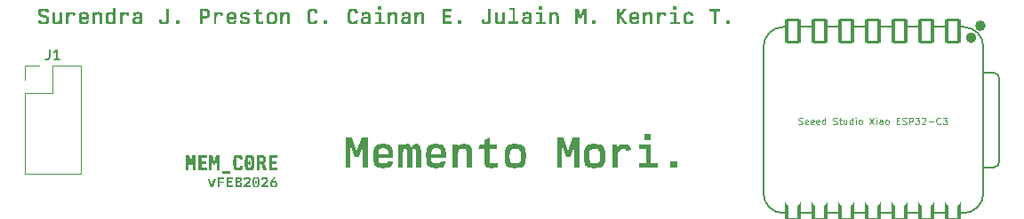
<source format=gbr>
G04 #@! TF.GenerationSoftware,KiCad,Pcbnew,9.0.7*
G04 #@! TF.CreationDate,2026-02-19T02:03:21-08:00*
G04 #@! TF.ProjectId,memori-hw,6d656d6f-7269-42d6-9877-2e6b69636164,vFEB 2026*
G04 #@! TF.SameCoordinates,Original*
G04 #@! TF.FileFunction,Legend,Top*
G04 #@! TF.FilePolarity,Positive*
%FSLAX46Y46*%
G04 Gerber Fmt 4.6, Leading zero omitted, Abs format (unit mm)*
G04 Created by KiCad (PCBNEW 9.0.7) date 2026-02-19 02:03:21*
%MOMM*%
%LPD*%
G01*
G04 APERTURE LIST*
G04 Aperture macros list*
%AMRoundRect*
0 Rectangle with rounded corners*
0 $1 Rounding radius*
0 $2 $3 $4 $5 $6 $7 $8 $9 X,Y pos of 4 corners*
0 Add a 4 corners polygon primitive as box body*
4,1,4,$2,$3,$4,$5,$6,$7,$8,$9,$2,$3,0*
0 Add four circle primitives for the rounded corners*
1,1,$1+$1,$2,$3*
1,1,$1+$1,$4,$5*
1,1,$1+$1,$6,$7*
1,1,$1+$1,$8,$9*
0 Add four rect primitives between the rounded corners*
20,1,$1+$1,$2,$3,$4,$5,0*
20,1,$1+$1,$4,$5,$6,$7,0*
20,1,$1+$1,$6,$7,$8,$9,0*
20,1,$1+$1,$8,$9,$2,$3,0*%
%AMOutline5P*
0 Free polygon, 5 corners , with rotation*
0 The origin of the aperture is its center*
0 number of corners: always 5*
0 $1 to $10 corner X, Y*
0 $11 Rotation angle, in degrees counterclockwise*
0 create outline with 5 corners*
4,1,5,$1,$2,$3,$4,$5,$6,$7,$8,$9,$10,$1,$2,$11*%
%AMOutline6P*
0 Free polygon, 6 corners , with rotation*
0 The origin of the aperture is its center*
0 number of corners: always 6*
0 $1 to $12 corner X, Y*
0 $13 Rotation angle, in degrees counterclockwise*
0 create outline with 6 corners*
4,1,6,$1,$2,$3,$4,$5,$6,$7,$8,$9,$10,$11,$12,$1,$2,$13*%
%AMOutline7P*
0 Free polygon, 7 corners , with rotation*
0 The origin of the aperture is its center*
0 number of corners: always 7*
0 $1 to $14 corner X, Y*
0 $15 Rotation angle, in degrees counterclockwise*
0 create outline with 7 corners*
4,1,7,$1,$2,$3,$4,$5,$6,$7,$8,$9,$10,$11,$12,$13,$14,$1,$2,$15*%
%AMOutline8P*
0 Free polygon, 8 corners , with rotation*
0 The origin of the aperture is its center*
0 number of corners: always 8*
0 $1 to $16 corner X, Y*
0 $17 Rotation angle, in degrees counterclockwise*
0 create outline with 8 corners*
4,1,8,$1,$2,$3,$4,$5,$6,$7,$8,$9,$10,$11,$12,$13,$14,$15,$16,$1,$2,$17*%
G04 Aperture macros list end*
%ADD10C,0.250000*%
%ADD11C,0.304800*%
%ADD12C,0.101600*%
%ADD13C,0.150000*%
%ADD14C,0.504000*%
%ADD15C,0.127000*%
%ADD16C,0.100000*%
%ADD17C,0.120000*%
%ADD18RoundRect,0.152400X-0.609600X1.063600X-0.609600X-1.063600X0.609600X-1.063600X0.609600X1.063600X0*%
%ADD19C,1.524000*%
%ADD20RoundRect,0.152400X0.609600X-1.063600X0.609600X1.063600X-0.609600X1.063600X-0.609600X-1.063600X0*%
%ADD21Outline5P,-0.850000X0.510000X-0.510000X0.850000X0.850000X0.850000X0.850000X-0.850000X-0.850000X-0.850000X0.000000*%
%ADD22C,1.700000*%
G04 APERTURE END LIST*
D10*
G36*
X111827973Y-108034000D02*
G01*
X112022573Y-108034000D01*
X112273166Y-107294860D01*
X112096762Y-107294860D01*
X111928784Y-107877257D01*
X111921762Y-107877257D01*
X111753784Y-107294860D01*
X111577379Y-107294860D01*
X111827973Y-108034000D01*
G37*
G36*
X112496404Y-108034000D02*
G01*
X112661573Y-108034000D01*
X112661573Y-107636433D01*
X113042409Y-107636433D01*
X113042409Y-107485247D01*
X112661573Y-107485247D01*
X112661573Y-107234654D01*
X113096997Y-107234654D01*
X113096997Y-107082063D01*
X112496404Y-107082063D01*
X112496404Y-108034000D01*
G37*
G36*
X113345392Y-108034000D02*
G01*
X113929194Y-108034000D01*
X113929194Y-107881409D01*
X113510623Y-107881409D01*
X113510623Y-107615428D01*
X113847983Y-107615428D01*
X113847983Y-107462838D01*
X113510623Y-107462838D01*
X113510623Y-107234654D01*
X113901228Y-107234654D01*
X113901228Y-107082063D01*
X113345392Y-107082063D01*
X113345392Y-108034000D01*
G37*
G36*
X114492060Y-107077817D02*
G01*
X114583604Y-107090457D01*
X114644044Y-107110227D01*
X114686006Y-107137559D01*
X114702634Y-107155378D01*
X114716171Y-107175954D01*
X114728262Y-107203345D01*
X114736920Y-107234888D01*
X114743891Y-107285551D01*
X114746003Y-107345235D01*
X114745103Y-107381420D01*
X114736719Y-107438228D01*
X114719372Y-107475035D01*
X114705145Y-107490491D01*
X114687050Y-107503391D01*
X114650315Y-107519591D01*
X114601839Y-107532813D01*
X114601839Y-107537026D01*
X114678436Y-107561279D01*
X114724721Y-107587084D01*
X114741551Y-107602275D01*
X114755176Y-107619760D01*
X114767058Y-107642738D01*
X114775603Y-107669662D01*
X114783027Y-107718523D01*
X114785204Y-107779254D01*
X114782327Y-107846716D01*
X114770179Y-107911012D01*
X114748984Y-107956675D01*
X114734221Y-107975311D01*
X114716355Y-107991422D01*
X114692860Y-108006403D01*
X114665034Y-108018720D01*
X114625147Y-108030350D01*
X114577940Y-108038737D01*
X114494776Y-108045903D01*
X114393194Y-108048043D01*
X114319186Y-108047618D01*
X114221897Y-108043712D01*
X114142601Y-108034000D01*
X114142601Y-107894048D01*
X114306427Y-107894048D01*
X114368709Y-107898742D01*
X114439417Y-107898262D01*
X114488084Y-107894076D01*
X114553535Y-107881913D01*
X114589245Y-107864867D01*
X114601514Y-107853070D01*
X114610292Y-107838837D01*
X114617840Y-107812500D01*
X114620035Y-107779254D01*
X114616357Y-107716698D01*
X114604370Y-107674033D01*
X114582948Y-107646079D01*
X114565285Y-107634797D01*
X114543223Y-107626601D01*
X114498202Y-107619031D01*
X114439417Y-107616833D01*
X114306427Y-107616833D01*
X114306427Y-107894048D01*
X114142601Y-107894048D01*
X114142601Y-107226227D01*
X114306427Y-107226227D01*
X114306427Y-107469860D01*
X114439417Y-107469860D01*
X114466935Y-107469391D01*
X114522768Y-107462590D01*
X114554130Y-107448298D01*
X114565567Y-107436713D01*
X114573857Y-107421934D01*
X114581442Y-107391402D01*
X114583643Y-107350852D01*
X114578990Y-107301159D01*
X114565028Y-107270674D01*
X114552205Y-107258127D01*
X114535135Y-107248137D01*
X114495232Y-107235868D01*
X114439417Y-107227632D01*
X114384463Y-107223243D01*
X114306427Y-107226227D01*
X114142601Y-107226227D01*
X114142601Y-107082063D01*
X114216462Y-107075217D01*
X114359611Y-107073637D01*
X114492060Y-107077817D01*
G37*
G36*
X114979072Y-108034000D02*
G01*
X115611844Y-108034000D01*
X115611844Y-107881409D01*
X115180633Y-107881409D01*
X115180633Y-107874448D01*
X115317456Y-107750429D01*
X115411795Y-107656545D01*
X115497050Y-107560840D01*
X115539235Y-107508219D01*
X115566979Y-107463114D01*
X115578159Y-107435958D01*
X115585424Y-107407676D01*
X115590839Y-107335465D01*
X115588702Y-107270194D01*
X115581562Y-107216002D01*
X115573019Y-107184219D01*
X115561126Y-107157066D01*
X115548010Y-107137268D01*
X115531932Y-107120426D01*
X115491555Y-107095484D01*
X115432930Y-107078523D01*
X115342067Y-107069270D01*
X115277231Y-107068019D01*
X115197008Y-107070170D01*
X115131227Y-107077410D01*
X115093910Y-107085878D01*
X115062211Y-107097640D01*
X115039546Y-107110376D01*
X115020281Y-107125939D01*
X114992189Y-107163897D01*
X114972726Y-107217329D01*
X114960460Y-107298302D01*
X114958067Y-107334061D01*
X115126045Y-107334061D01*
X115131876Y-107293856D01*
X115142439Y-107263868D01*
X115152273Y-107249701D01*
X115165131Y-107238684D01*
X115199815Y-107225183D01*
X115261470Y-107219410D01*
X115277231Y-107219266D01*
X115333167Y-107221505D01*
X115373589Y-107229362D01*
X115391117Y-107237349D01*
X115404475Y-107248253D01*
X115419390Y-107275966D01*
X115425455Y-107322311D01*
X115425609Y-107334061D01*
X115423319Y-107369874D01*
X115415105Y-107399749D01*
X115388900Y-107442926D01*
X115368212Y-107468455D01*
X115288918Y-107558253D01*
X115206955Y-107640898D01*
X115041308Y-107787270D01*
X114979072Y-107839460D01*
X114979072Y-108034000D01*
G37*
G36*
X116143669Y-107445656D02*
G01*
X116172657Y-107454107D01*
X116183220Y-107462914D01*
X116191048Y-107475395D01*
X116199543Y-107510487D01*
X116201874Y-107563649D01*
X116199876Y-107613765D01*
X116191075Y-107651841D01*
X116183732Y-107663780D01*
X116173949Y-107672395D01*
X116152202Y-107680396D01*
X116122067Y-107682656D01*
X116100574Y-107681655D01*
X116071528Y-107673237D01*
X116060956Y-107664460D01*
X116053121Y-107652021D01*
X116044595Y-107616906D01*
X116042261Y-107563649D01*
X116044254Y-107513515D01*
X116053043Y-107475449D01*
X116060380Y-107463514D01*
X116070158Y-107454903D01*
X116091910Y-107446901D01*
X116122067Y-107444642D01*
X116143669Y-107445656D01*
G37*
G36*
X116197515Y-107070186D02*
G01*
X116273834Y-107080699D01*
X116324918Y-107099447D01*
X116345352Y-107112651D01*
X116363048Y-107128783D01*
X116380303Y-107151013D01*
X116394983Y-107177710D01*
X116413258Y-107226771D01*
X116428653Y-107287838D01*
X116447229Y-107409151D01*
X116455275Y-107560840D01*
X116447987Y-107704116D01*
X116428653Y-107832438D01*
X116415059Y-107886574D01*
X116390930Y-107949127D01*
X116362030Y-107990324D01*
X116343797Y-108006367D01*
X116322687Y-108019433D01*
X116293937Y-108031248D01*
X116260181Y-108039757D01*
X116197928Y-108047260D01*
X116120663Y-108049448D01*
X116049754Y-108047518D01*
X115973628Y-108037243D01*
X115922202Y-108018535D01*
X115901424Y-108005245D01*
X115883293Y-107988951D01*
X115865451Y-107966456D01*
X115850059Y-107939374D01*
X115830799Y-107890455D01*
X115814077Y-107829629D01*
X115797613Y-107735881D01*
X115790930Y-107657404D01*
X115788859Y-107576227D01*
X115788994Y-107559436D01*
X115954028Y-107559436D01*
X115960154Y-107684002D01*
X115975033Y-107787620D01*
X115988706Y-107837608D01*
X116007328Y-107870432D01*
X116020407Y-107882088D01*
X116036534Y-107890548D01*
X116072131Y-107898725D01*
X116120663Y-107901009D01*
X116179496Y-107896955D01*
X116215971Y-107884337D01*
X116230392Y-107873292D01*
X116242241Y-107858653D01*
X116257225Y-107826448D01*
X116269040Y-107782063D01*
X116282940Y-107693150D01*
X116290045Y-107563649D01*
X116284278Y-107440842D01*
X116269040Y-107334061D01*
X116254146Y-107281020D01*
X116234843Y-107247561D01*
X116221523Y-107235712D01*
X116205265Y-107227123D01*
X116169321Y-107218768D01*
X116120663Y-107216458D01*
X116064824Y-107219972D01*
X116028266Y-107231864D01*
X116013969Y-107242420D01*
X116002231Y-107256542D01*
X115987047Y-107288842D01*
X115975033Y-107334061D01*
X115961830Y-107419130D01*
X115954028Y-107559436D01*
X115788994Y-107559436D01*
X115789079Y-107548871D01*
X115798081Y-107396980D01*
X115815481Y-107285029D01*
X115828825Y-107231737D01*
X115852967Y-107168692D01*
X115881787Y-107127262D01*
X115899918Y-107111166D01*
X115920890Y-107098061D01*
X115949392Y-107086229D01*
X115982827Y-107077710D01*
X116044365Y-107070207D01*
X116120663Y-107068019D01*
X116197515Y-107070186D01*
G37*
G36*
X116657509Y-108034000D02*
G01*
X117290281Y-108034000D01*
X117290281Y-107881409D01*
X116859070Y-107881409D01*
X116859070Y-107874448D01*
X116995892Y-107750429D01*
X117090232Y-107656545D01*
X117175487Y-107560840D01*
X117217671Y-107508219D01*
X117245416Y-107463114D01*
X117256596Y-107435958D01*
X117263861Y-107407676D01*
X117269276Y-107335465D01*
X117267139Y-107270194D01*
X117259998Y-107216002D01*
X117251456Y-107184219D01*
X117239563Y-107157066D01*
X117226446Y-107137268D01*
X117210369Y-107120426D01*
X117169992Y-107095484D01*
X117111367Y-107078523D01*
X117020504Y-107069270D01*
X116955668Y-107068019D01*
X116875445Y-107070170D01*
X116809664Y-107077410D01*
X116772347Y-107085878D01*
X116740648Y-107097640D01*
X116717983Y-107110376D01*
X116698718Y-107125939D01*
X116670626Y-107163897D01*
X116651163Y-107217329D01*
X116638897Y-107298302D01*
X116636504Y-107334061D01*
X116804482Y-107334061D01*
X116810313Y-107293856D01*
X116820875Y-107263868D01*
X116830710Y-107249701D01*
X116843568Y-107238684D01*
X116878252Y-107225183D01*
X116939907Y-107219410D01*
X116955668Y-107219266D01*
X117011604Y-107221505D01*
X117052026Y-107229362D01*
X117069554Y-107237349D01*
X117082912Y-107248253D01*
X117097827Y-107275966D01*
X117103892Y-107322311D01*
X117104046Y-107334061D01*
X117101756Y-107369874D01*
X117093542Y-107399749D01*
X117067337Y-107442926D01*
X117046648Y-107468455D01*
X116967355Y-107558253D01*
X116885392Y-107640898D01*
X116719745Y-107787270D01*
X116657509Y-107839460D01*
X116657509Y-108034000D01*
G37*
G36*
X117874601Y-107220892D02*
G01*
X117753229Y-107334170D01*
X117696691Y-107400162D01*
X117679112Y-107428845D01*
X117667514Y-107455816D01*
X117675879Y-107455816D01*
X117677767Y-107452077D01*
X117685288Y-107442628D01*
X117696760Y-107435332D01*
X117718637Y-107428858D01*
X117751305Y-107424847D01*
X117859306Y-107422232D01*
X117899687Y-107422988D01*
X117977711Y-107431551D01*
X118029491Y-107448560D01*
X118066528Y-107474897D01*
X118081846Y-107493515D01*
X118094402Y-107515661D01*
X118106084Y-107547089D01*
X118114504Y-107584338D01*
X118121732Y-107650553D01*
X118123882Y-107731627D01*
X118120498Y-107823626D01*
X118108189Y-107899844D01*
X118087826Y-107951994D01*
X118058130Y-107989904D01*
X118037748Y-108005614D01*
X118013913Y-108018472D01*
X117980888Y-108030319D01*
X117942324Y-108038833D01*
X117877227Y-108045915D01*
X117799100Y-108048043D01*
X117700443Y-108043769D01*
X117628176Y-108030465D01*
X117577834Y-108008915D01*
X117557831Y-107994567D01*
X117540621Y-107977460D01*
X117525017Y-107955742D01*
X117512234Y-107930370D01*
X117500400Y-107895087D01*
X117491894Y-107853897D01*
X117484811Y-107784330D01*
X117483324Y-107726009D01*
X117645105Y-107726009D01*
X117646604Y-107801165D01*
X117657208Y-107845801D01*
X117677007Y-107874490D01*
X117693247Y-107885876D01*
X117713504Y-107894130D01*
X117753897Y-107901630D01*
X117806122Y-107903818D01*
X117860113Y-107901110D01*
X117904032Y-107890219D01*
X117932221Y-107870223D01*
X117943491Y-107853657D01*
X117951684Y-107832856D01*
X117959315Y-107789725D01*
X117961521Y-107733031D01*
X117958978Y-107674081D01*
X117948541Y-107625900D01*
X117929891Y-107596171D01*
X117914946Y-107584675D01*
X117896327Y-107576346D01*
X117858345Y-107568671D01*
X117808869Y-107566458D01*
X117757892Y-107568628D01*
X117710500Y-107578865D01*
X117680292Y-107597919D01*
X117668148Y-107613510D01*
X117658989Y-107633087D01*
X117649592Y-107673290D01*
X117645105Y-107726009D01*
X117483324Y-107726009D01*
X117482683Y-107700852D01*
X117487383Y-107589724D01*
X117503070Y-107495521D01*
X117531458Y-107412757D01*
X117552435Y-107370958D01*
X117578111Y-107329315D01*
X117613991Y-107280644D01*
X117657197Y-107230159D01*
X117732000Y-107153518D01*
X117824318Y-107068019D01*
X118052502Y-107068019D01*
X117874601Y-107220892D01*
G37*
D11*
G36*
X124661500Y-106170000D02*
G01*
X125127698Y-106170000D01*
X125127698Y-104658197D01*
X125068897Y-103881139D01*
X125081536Y-103881139D01*
X125509816Y-105162131D01*
X125925640Y-105162131D01*
X126354103Y-103881139D01*
X126366742Y-103881139D01*
X126307941Y-104658197D01*
X126307941Y-106170000D01*
X126774139Y-106170000D01*
X126774139Y-103314190D01*
X126160846Y-103314190D01*
X125728353Y-104670654D01*
X125707287Y-104670654D01*
X125274610Y-103314190D01*
X124661500Y-103314190D01*
X124661500Y-106170000D01*
G37*
G36*
X128368637Y-103913230D02*
G01*
X128625217Y-103941154D01*
X128803909Y-103995623D01*
X128936200Y-104077780D01*
X128991410Y-104132880D01*
X129038795Y-104197661D01*
X129082786Y-104281719D01*
X129118263Y-104379340D01*
X129150574Y-104516313D01*
X129172427Y-104675740D01*
X129187578Y-104944900D01*
X129186648Y-105267095D01*
X127767170Y-105267095D01*
X127788536Y-105460671D01*
X127831544Y-105601190D01*
X127898260Y-105690323D01*
X127949584Y-105725081D01*
X128012290Y-105750210D01*
X128134941Y-105772869D01*
X128292170Y-105779455D01*
X128371540Y-105778054D01*
X128521931Y-105758166D01*
X128609760Y-105711763D01*
X128655455Y-105652948D01*
X128691140Y-105569528D01*
X129157339Y-105569528D01*
X129126448Y-105733857D01*
X129066437Y-105915744D01*
X128987858Y-106036861D01*
X128936448Y-106084388D01*
X128876144Y-106123167D01*
X128793088Y-106158364D01*
X128695031Y-106183719D01*
X128518541Y-106205649D01*
X128300596Y-106212131D01*
X128231571Y-106211604D01*
X127929576Y-106190683D01*
X127726559Y-106143318D01*
X127580960Y-106070502D01*
X127521782Y-106022317D01*
X127470778Y-105965441D01*
X127423955Y-105892967D01*
X127385587Y-105808786D01*
X127349958Y-105691953D01*
X127324364Y-105556154D01*
X127303140Y-105328736D01*
X127296758Y-105057168D01*
X127296961Y-105001840D01*
X127302367Y-104889190D01*
X127771383Y-104889190D01*
X128724663Y-104889190D01*
X128703666Y-104660926D01*
X128662319Y-104509429D01*
X128599468Y-104416179D01*
X128552479Y-104380825D01*
X128495496Y-104355351D01*
X128387275Y-104332837D01*
X128250221Y-104326271D01*
X128087094Y-104335733D01*
X127960696Y-104370902D01*
X127914018Y-104399248D01*
X127875375Y-104436242D01*
X127839651Y-104491162D01*
X127812618Y-104560297D01*
X127784783Y-104702392D01*
X127771383Y-104889190D01*
X127302367Y-104889190D01*
X127315261Y-104620502D01*
X127358658Y-104375726D01*
X127424299Y-104208567D01*
X127515380Y-104088558D01*
X127575699Y-104039694D01*
X127645270Y-103999821D01*
X127739045Y-103963694D01*
X127847108Y-103937808D01*
X128022339Y-103916799D01*
X128229155Y-103910448D01*
X128368637Y-103913230D01*
G37*
G36*
X129663288Y-106170000D02*
G01*
X130112634Y-106170000D01*
X130112634Y-105015036D01*
X130119106Y-104749532D01*
X130140962Y-104561231D01*
X130163315Y-104479928D01*
X130193524Y-104420733D01*
X130223808Y-104387743D01*
X130260031Y-104366051D01*
X130343627Y-104351550D01*
X130399567Y-104357850D01*
X130444353Y-104378496D01*
X130493941Y-104444600D01*
X130525113Y-104575825D01*
X130536884Y-104838632D01*
X130536884Y-106170000D01*
X130986229Y-106170000D01*
X130986229Y-105015036D01*
X130992669Y-104749532D01*
X131014300Y-104561231D01*
X131036557Y-104479341D01*
X131066620Y-104419912D01*
X131096672Y-104386999D01*
X131132582Y-104365497D01*
X131213009Y-104351550D01*
X131268950Y-104357850D01*
X131313736Y-104378496D01*
X131363324Y-104444600D01*
X131394496Y-104575825D01*
X131406266Y-104838632D01*
X131406266Y-106170000D01*
X131855612Y-106170000D01*
X131855612Y-104838632D01*
X131849302Y-104568466D01*
X131828576Y-104352743D01*
X131804278Y-104232250D01*
X131770826Y-104133835D01*
X131735843Y-104068269D01*
X131693566Y-104015508D01*
X131595143Y-103948747D01*
X131460933Y-103915396D01*
X131364134Y-103910448D01*
X131259184Y-103916851D01*
X131173552Y-103938223D01*
X131121387Y-103964804D01*
X131075592Y-104002111D01*
X130997301Y-104113016D01*
X130948311Y-104221308D01*
X130923215Y-104221308D01*
X130888502Y-104112413D01*
X130845720Y-104030565D01*
X130808450Y-103987208D01*
X130763889Y-103954726D01*
X130653039Y-103918739D01*
X130528457Y-103910448D01*
X130415885Y-103916851D01*
X130324210Y-103938223D01*
X130268478Y-103964700D01*
X130219340Y-104001829D01*
X130134634Y-104111374D01*
X130078928Y-104221308D01*
X130053832Y-104221308D01*
X130053832Y-103952580D01*
X129663288Y-103952580D01*
X129663288Y-106170000D01*
G37*
G36*
X133403947Y-103913230D02*
G01*
X133660528Y-103941154D01*
X133839220Y-103995623D01*
X133971511Y-104077780D01*
X134026721Y-104132880D01*
X134074105Y-104197661D01*
X134118097Y-104281719D01*
X134153574Y-104379340D01*
X134185885Y-104516313D01*
X134207737Y-104675740D01*
X134222888Y-104944900D01*
X134221959Y-105267095D01*
X132802480Y-105267095D01*
X132823846Y-105460671D01*
X132866854Y-105601190D01*
X132933570Y-105690323D01*
X132984894Y-105725081D01*
X133047600Y-105750210D01*
X133170251Y-105772869D01*
X133327480Y-105779455D01*
X133406851Y-105778054D01*
X133557242Y-105758166D01*
X133645071Y-105711763D01*
X133690766Y-105652948D01*
X133726451Y-105569528D01*
X134192650Y-105569528D01*
X134161759Y-105733857D01*
X134101748Y-105915744D01*
X134023168Y-106036861D01*
X133971758Y-106084388D01*
X133911454Y-106123167D01*
X133828399Y-106158364D01*
X133730342Y-106183719D01*
X133553851Y-106205649D01*
X133335907Y-106212131D01*
X133266881Y-106211604D01*
X132964886Y-106190683D01*
X132761869Y-106143318D01*
X132616270Y-106070502D01*
X132557093Y-106022317D01*
X132506089Y-105965441D01*
X132459266Y-105892967D01*
X132420897Y-105808786D01*
X132385269Y-105691953D01*
X132359674Y-105556154D01*
X132338450Y-105328736D01*
X132332069Y-105057168D01*
X132332272Y-105001840D01*
X132337678Y-104889190D01*
X132806693Y-104889190D01*
X133759973Y-104889190D01*
X133738977Y-104660926D01*
X133697629Y-104509429D01*
X133634778Y-104416179D01*
X133587790Y-104380825D01*
X133530806Y-104355351D01*
X133422586Y-104332837D01*
X133285532Y-104326271D01*
X133122404Y-104335733D01*
X132996006Y-104370902D01*
X132949329Y-104399248D01*
X132910685Y-104436242D01*
X132874962Y-104491162D01*
X132847928Y-104560297D01*
X132820093Y-104702392D01*
X132806693Y-104889190D01*
X132337678Y-104889190D01*
X132350572Y-104620502D01*
X132393968Y-104375726D01*
X132459610Y-104208567D01*
X132550691Y-104088558D01*
X132611010Y-104039694D01*
X132680580Y-103999821D01*
X132774356Y-103963694D01*
X132882418Y-103937808D01*
X133057650Y-103916799D01*
X133264466Y-103910448D01*
X133403947Y-103913230D01*
G37*
G36*
X134875003Y-106170000D02*
G01*
X135370511Y-106170000D01*
X135370511Y-105023463D01*
X135377145Y-104804220D01*
X135400141Y-104637592D01*
X135424515Y-104558181D01*
X135457975Y-104494796D01*
X135493927Y-104452794D01*
X135537716Y-104420123D01*
X135652289Y-104378961D01*
X135840922Y-104364190D01*
X135970813Y-104370912D01*
X136067161Y-104394518D01*
X136111353Y-104419401D01*
X136145744Y-104453650D01*
X136187299Y-104547052D01*
X136205700Y-104713690D01*
X136206371Y-104767374D01*
X136206371Y-106170000D01*
X136701878Y-106170000D01*
X136701878Y-104767374D01*
X136695400Y-104533493D01*
X136673495Y-104344445D01*
X136648354Y-104240748D01*
X136613519Y-104153941D01*
X136576059Y-104093273D01*
X136530359Y-104042793D01*
X136418329Y-103972158D01*
X136257712Y-103928425D01*
X135975378Y-103910448D01*
X135789039Y-103917184D01*
X135645230Y-103940888D01*
X135573340Y-103966522D01*
X135512432Y-104002026D01*
X135423058Y-104095830D01*
X135343539Y-104250306D01*
X135328562Y-104288536D01*
X135307496Y-104288536D01*
X135307496Y-103952580D01*
X134875003Y-103952580D01*
X134875003Y-106170000D01*
G37*
G36*
X137321217Y-104351550D02*
G01*
X137879740Y-104351550D01*
X137879740Y-105464565D01*
X137886226Y-105671990D01*
X137908180Y-105838876D01*
X137933310Y-105929722D01*
X137968124Y-106005454D01*
X138006007Y-106058650D01*
X138052312Y-106102580D01*
X138169391Y-106164319D01*
X138344419Y-106201118D01*
X138581144Y-106212131D01*
X138794381Y-106202997D01*
X139155434Y-106162502D01*
X139194438Y-106157543D01*
X139194438Y-105708014D01*
X138926625Y-105745406D01*
X138740696Y-105754359D01*
X138587343Y-105747558D01*
X138479848Y-105723399D01*
X138436046Y-105699527D01*
X138403537Y-105667026D01*
X138368499Y-105580639D01*
X138358578Y-105451926D01*
X138358578Y-104351550D01*
X139089291Y-104351550D01*
X139089291Y-103952580D01*
X138367004Y-103952580D01*
X138367004Y-103297337D01*
X137883953Y-103498838D01*
X137883953Y-103952580D01*
X137443033Y-103952580D01*
X137321217Y-104351550D01*
G37*
G36*
X140903971Y-103911102D02*
G01*
X141207665Y-103932509D01*
X141411616Y-103980141D01*
X141557740Y-104053057D01*
X141617061Y-104101197D01*
X141668188Y-104157991D01*
X141715064Y-104230229D01*
X141753479Y-104314100D01*
X141789094Y-104430252D01*
X141814679Y-104565196D01*
X141835787Y-104789579D01*
X141842152Y-105057168D01*
X141840896Y-105184866D01*
X141817648Y-105530072D01*
X141769513Y-105758136D01*
X141698378Y-105917749D01*
X141599676Y-106034937D01*
X141533899Y-106083400D01*
X141458201Y-106122998D01*
X141355899Y-106159067D01*
X141238170Y-106184920D01*
X141048820Y-106205799D01*
X140825858Y-106212131D01*
X140740619Y-106211340D01*
X140439162Y-106189260D01*
X140235901Y-106140925D01*
X140089892Y-106067220D01*
X140030522Y-106018606D01*
X139979352Y-105961326D01*
X139932407Y-105888494D01*
X139893942Y-105804014D01*
X139858281Y-105687108D01*
X139832668Y-105551409D01*
X139811536Y-105325880D01*
X139805167Y-105057168D01*
X140292431Y-105057168D01*
X140295387Y-105213513D01*
X140320390Y-105444058D01*
X140367233Y-105582886D01*
X140439365Y-105673444D01*
X140493728Y-105708817D01*
X140559019Y-105734280D01*
X140678020Y-105756292D01*
X140825858Y-105762786D01*
X140899358Y-105761386D01*
X141074599Y-105738618D01*
X141187386Y-105689657D01*
X141231549Y-105652242D01*
X141267809Y-105605196D01*
X141301595Y-105535308D01*
X141326132Y-105449013D01*
X141348523Y-105277757D01*
X141355071Y-105057168D01*
X141352382Y-104909390D01*
X141327819Y-104678583D01*
X141281301Y-104539692D01*
X141209498Y-104449153D01*
X141155374Y-104413812D01*
X141090343Y-104388372D01*
X140972353Y-104366457D01*
X140825858Y-104359977D01*
X140752467Y-104361339D01*
X140574814Y-104384001D01*
X140460872Y-104432697D01*
X140416442Y-104469764D01*
X140379987Y-104516322D01*
X140346098Y-104585274D01*
X140321495Y-104670302D01*
X140298995Y-104839445D01*
X140292431Y-105057168D01*
X139805167Y-105057168D01*
X139806283Y-104937068D01*
X139829061Y-104591609D01*
X139876782Y-104363811D01*
X139947540Y-104204543D01*
X140045933Y-104087634D01*
X140111640Y-104039255D01*
X140187315Y-103999728D01*
X140289867Y-103963660D01*
X140407991Y-103937808D01*
X140599683Y-103916799D01*
X140825858Y-103910448D01*
X140903971Y-103911102D01*
G37*
G36*
X144802742Y-106170000D02*
G01*
X145268941Y-106170000D01*
X145268941Y-104658197D01*
X145210139Y-103881139D01*
X145222779Y-103881139D01*
X145651058Y-105162131D01*
X146066882Y-105162131D01*
X146495345Y-103881139D01*
X146507984Y-103881139D01*
X146449183Y-104658197D01*
X146449183Y-106170000D01*
X146915382Y-106170000D01*
X146915382Y-103314190D01*
X146302088Y-103314190D01*
X145869595Y-104670654D01*
X145848529Y-104670654D01*
X145415853Y-103314190D01*
X144802742Y-103314190D01*
X144802742Y-106170000D01*
G37*
G36*
X148456937Y-103911102D02*
G01*
X148760631Y-103932509D01*
X148964582Y-103980141D01*
X149110706Y-104053057D01*
X149170026Y-104101197D01*
X149221154Y-104157991D01*
X149268030Y-104230229D01*
X149306445Y-104314100D01*
X149342059Y-104430252D01*
X149367644Y-104565196D01*
X149388753Y-104789579D01*
X149395118Y-105057168D01*
X149393861Y-105184866D01*
X149370614Y-105530072D01*
X149322479Y-105758136D01*
X149251344Y-105917749D01*
X149152642Y-106034937D01*
X149086865Y-106083400D01*
X149011167Y-106122998D01*
X148908865Y-106159067D01*
X148791136Y-106184920D01*
X148601786Y-106205799D01*
X148378824Y-106212131D01*
X148293585Y-106211340D01*
X147992127Y-106189260D01*
X147788867Y-106140925D01*
X147642858Y-106067220D01*
X147583488Y-106018606D01*
X147532318Y-105961326D01*
X147485373Y-105888494D01*
X147446908Y-105804014D01*
X147411246Y-105687108D01*
X147385634Y-105551409D01*
X147364501Y-105325880D01*
X147358133Y-105057168D01*
X147845397Y-105057168D01*
X147848353Y-105213513D01*
X147873356Y-105444058D01*
X147920199Y-105582886D01*
X147992331Y-105673444D01*
X148046694Y-105708817D01*
X148111985Y-105734280D01*
X148230986Y-105756292D01*
X148378824Y-105762786D01*
X148452324Y-105761386D01*
X148627565Y-105738618D01*
X148740352Y-105689657D01*
X148784515Y-105652242D01*
X148820775Y-105605196D01*
X148854561Y-105535308D01*
X148879098Y-105449013D01*
X148901489Y-105277757D01*
X148908037Y-105057168D01*
X148905348Y-104909390D01*
X148880785Y-104678583D01*
X148834266Y-104539692D01*
X148762464Y-104449153D01*
X148708339Y-104413812D01*
X148643308Y-104388372D01*
X148525319Y-104366457D01*
X148378824Y-104359977D01*
X148305433Y-104361339D01*
X148127779Y-104384001D01*
X148013838Y-104432697D01*
X147969407Y-104469764D01*
X147932953Y-104516322D01*
X147899064Y-104585274D01*
X147874461Y-104670302D01*
X147851961Y-104839445D01*
X147845397Y-105057168D01*
X147358133Y-105057168D01*
X147359249Y-104937068D01*
X147382027Y-104591609D01*
X147429747Y-104363811D01*
X147500506Y-104204543D01*
X147598899Y-104087634D01*
X147664606Y-104039255D01*
X147740280Y-103999728D01*
X147842832Y-103963660D01*
X147960956Y-103937808D01*
X148152648Y-103916799D01*
X148378824Y-103910448D01*
X148456937Y-103911102D01*
G37*
G36*
X150090111Y-106170000D02*
G01*
X150564736Y-106170000D01*
X150564736Y-104994153D01*
X150571976Y-104891206D01*
X150599207Y-104796911D01*
X150692667Y-104632346D01*
X150732714Y-104574117D01*
X150814711Y-104470832D01*
X150893632Y-104407019D01*
X151005289Y-104371041D01*
X151123258Y-104364190D01*
X151232667Y-104371109D01*
X151311259Y-104396094D01*
X151347797Y-104422758D01*
X151378379Y-104459833D01*
X151438148Y-104595183D01*
X151891891Y-104481793D01*
X151856040Y-104325467D01*
X151810308Y-104200838D01*
X151771127Y-104132318D01*
X151723826Y-104075999D01*
X151614475Y-104002428D01*
X151459047Y-103957335D01*
X151210524Y-103936664D01*
X151123258Y-103935727D01*
X150957827Y-103942443D01*
X150827277Y-103966008D01*
X150758431Y-103992284D01*
X150698582Y-104028892D01*
X150603966Y-104129314D01*
X150509864Y-104301297D01*
X150493295Y-104338911D01*
X150472229Y-104338911D01*
X150509965Y-103952580D01*
X150090111Y-103952580D01*
X150090111Y-106170000D01*
G37*
G36*
X153136980Y-103507264D02*
G01*
X153758517Y-103507264D01*
X153758517Y-102911006D01*
X153136980Y-102911006D01*
X153136980Y-103507264D01*
G37*
G36*
X152590914Y-106170000D02*
G01*
X154401120Y-106170000D01*
X154401120Y-105750146D01*
X153750090Y-105750146D01*
X153750090Y-103952580D01*
X152632862Y-103952580D01*
X152632862Y-104372433D01*
X153279678Y-104372433D01*
X153279678Y-105750146D01*
X152590914Y-105750146D01*
X152590914Y-106170000D01*
G37*
G36*
X155612503Y-106170000D02*
G01*
X156250893Y-106170000D01*
X156250893Y-105531610D01*
X155612503Y-105531610D01*
X155612503Y-106170000D01*
G37*
G36*
X95365203Y-92071156D02*
G01*
X95366013Y-92164717D01*
X95374783Y-92243194D01*
X95386645Y-92290221D01*
X95403831Y-92330734D01*
X95423284Y-92360678D01*
X95447438Y-92386393D01*
X95509094Y-92425257D01*
X95599533Y-92452629D01*
X95739674Y-92468857D01*
X95881481Y-92472323D01*
X96019479Y-92469051D01*
X96132526Y-92458061D01*
X96196498Y-92445228D01*
X96250618Y-92427420D01*
X96288639Y-92408418D01*
X96320753Y-92385265D01*
X96345527Y-92359909D01*
X96365935Y-92330482D01*
X96395495Y-92256347D01*
X96411913Y-92148702D01*
X96414881Y-92056267D01*
X96411639Y-91966733D01*
X96400857Y-91890189D01*
X96387412Y-91841895D01*
X96368559Y-91799026D01*
X96346847Y-91765096D01*
X96319993Y-91734546D01*
X96249567Y-91682152D01*
X96143711Y-91634566D01*
X95974488Y-91585722D01*
X95904931Y-91569767D01*
X95789408Y-91540837D01*
X95708942Y-91510789D01*
X95675999Y-91491201D01*
X95651910Y-91469099D01*
X95627933Y-91422869D01*
X95621202Y-91362810D01*
X95624520Y-91314988D01*
X95635834Y-91277654D01*
X95648991Y-91257821D01*
X95667330Y-91241858D01*
X95720991Y-91220345D01*
X95820817Y-91208669D01*
X95900651Y-91207126D01*
X96007715Y-91210598D01*
X96079115Y-91222989D01*
X96105359Y-91234526D01*
X96124115Y-91250055D01*
X96142170Y-91288298D01*
X96146041Y-91320190D01*
X96389291Y-91320190D01*
X96384164Y-91238374D01*
X96371783Y-91170143D01*
X96357690Y-91129336D01*
X96338530Y-91094415D01*
X96317122Y-91068346D01*
X96290982Y-91046218D01*
X96222946Y-91012717D01*
X96119994Y-90990175D01*
X95953264Y-90979308D01*
X95892183Y-90978765D01*
X95753308Y-90982053D01*
X95640617Y-90993157D01*
X95578409Y-91005929D01*
X95526148Y-91023627D01*
X95489831Y-91042434D01*
X95459410Y-91065336D01*
X95417199Y-91119648D01*
X95390416Y-91193877D01*
X95377024Y-91303503D01*
X95375812Y-91360669D01*
X95379049Y-91441359D01*
X95389801Y-91510593D01*
X95403323Y-91554793D01*
X95422310Y-91594167D01*
X95444486Y-91625825D01*
X95471988Y-91654440D01*
X95545713Y-91704653D01*
X95659367Y-91751623D01*
X95846237Y-91801918D01*
X95896463Y-91813017D01*
X96000284Y-91839292D01*
X96075028Y-91868274D01*
X96107136Y-91888162D01*
X96131535Y-91911136D01*
X96158357Y-91961334D01*
X96169091Y-92033915D01*
X96169491Y-92056267D01*
X96166157Y-92113923D01*
X96154729Y-92158580D01*
X96141827Y-92181514D01*
X96123932Y-92199943D01*
X96074362Y-92223966D01*
X95987189Y-92237318D01*
X95898603Y-92239774D01*
X95789410Y-92236318D01*
X95710730Y-92224034D01*
X95677443Y-92211863D01*
X95651734Y-92195279D01*
X95622647Y-92154988D01*
X95607973Y-92092268D01*
X95606220Y-92071156D01*
X95365203Y-92071156D01*
G37*
G36*
X97629827Y-91324470D02*
G01*
X97378109Y-91324470D01*
X97378109Y-91906911D01*
X97374739Y-92018323D01*
X97363057Y-92102995D01*
X97350675Y-92143346D01*
X97333678Y-92175553D01*
X97315416Y-92196894D01*
X97293173Y-92213494D01*
X97234979Y-92234408D01*
X97139140Y-92241915D01*
X97073229Y-92238503D01*
X97024316Y-92226532D01*
X97001839Y-92213896D01*
X96984345Y-92196504D01*
X96963208Y-92149090D01*
X96953838Y-92064548D01*
X96953492Y-92037097D01*
X96953492Y-91324470D01*
X96701774Y-91324470D01*
X96701774Y-92037097D01*
X96705067Y-92155954D01*
X96716202Y-92252012D01*
X96728976Y-92304658D01*
X96746674Y-92348727D01*
X96765706Y-92379525D01*
X96788924Y-92405151D01*
X96845852Y-92441009D01*
X96927489Y-92463209D01*
X97070837Y-92472323D01*
X97165497Y-92468901D01*
X97238552Y-92456859D01*
X97275072Y-92443837D01*
X97306013Y-92425801D01*
X97351415Y-92378148D01*
X97391811Y-92299675D01*
X97399419Y-92280254D01*
X97410121Y-92280254D01*
X97410121Y-92450920D01*
X97629827Y-92450920D01*
X97629827Y-91324470D01*
G37*
G36*
X98038345Y-92450920D02*
G01*
X98279455Y-92450920D01*
X98279455Y-91853590D01*
X98283132Y-91801292D01*
X98296966Y-91753390D01*
X98344443Y-91669792D01*
X98364787Y-91640211D01*
X98406442Y-91587743D01*
X98446534Y-91555325D01*
X98503256Y-91537048D01*
X98563184Y-91533568D01*
X98618764Y-91537083D01*
X98658688Y-91549775D01*
X98677250Y-91563321D01*
X98692785Y-91582155D01*
X98723148Y-91650913D01*
X98953649Y-91593311D01*
X98935437Y-91513897D01*
X98912205Y-91450585D01*
X98892301Y-91415777D01*
X98868272Y-91387167D01*
X98812722Y-91349793D01*
X98733765Y-91326886D01*
X98607515Y-91316385D01*
X98563184Y-91315909D01*
X98479145Y-91319321D01*
X98412825Y-91331292D01*
X98377852Y-91344640D01*
X98347448Y-91363237D01*
X98299383Y-91414251D01*
X98251580Y-91501619D01*
X98243163Y-91520726D01*
X98232461Y-91520726D01*
X98251631Y-91324470D01*
X98038345Y-91324470D01*
X98038345Y-92450920D01*
G37*
G36*
X99793525Y-91304481D02*
G01*
X99923868Y-91318666D01*
X100014643Y-91346336D01*
X100081847Y-91388072D01*
X100109894Y-91416063D01*
X100133965Y-91448971D01*
X100156313Y-91491673D01*
X100174335Y-91541264D01*
X100190749Y-91610847D01*
X100201850Y-91691835D01*
X100209547Y-91828569D01*
X100209075Y-91992244D01*
X99487980Y-91992244D01*
X99498834Y-92090581D01*
X99520682Y-92161964D01*
X99554574Y-92207244D01*
X99580646Y-92224901D01*
X99612501Y-92237666D01*
X99674807Y-92249177D01*
X99754680Y-92252523D01*
X99795000Y-92251811D01*
X99871399Y-92241708D01*
X99916016Y-92218136D01*
X99939229Y-92188257D01*
X99957357Y-92145880D01*
X100194186Y-92145880D01*
X100178493Y-92229359D01*
X100148008Y-92321758D01*
X100108089Y-92383285D01*
X100081973Y-92407429D01*
X100051338Y-92427129D01*
X100009146Y-92445008D01*
X99959333Y-92457889D01*
X99869676Y-92469029D01*
X99758960Y-92472323D01*
X99723895Y-92472055D01*
X99570482Y-92461427D01*
X99467349Y-92437366D01*
X99393385Y-92400375D01*
X99363323Y-92375897D01*
X99337413Y-92347004D01*
X99313627Y-92310187D01*
X99294135Y-92267423D01*
X99276036Y-92208072D01*
X99263034Y-92139086D01*
X99252252Y-92023558D01*
X99249011Y-91885601D01*
X99249114Y-91857495D01*
X99251860Y-91800268D01*
X99490120Y-91800268D01*
X99974386Y-91800268D01*
X99963720Y-91684310D01*
X99942716Y-91607349D01*
X99910787Y-91559979D01*
X99886917Y-91542019D01*
X99857969Y-91529078D01*
X99802993Y-91517641D01*
X99733370Y-91514306D01*
X99650501Y-91519112D01*
X99586291Y-91536978D01*
X99562579Y-91551377D01*
X99542948Y-91570171D01*
X99524800Y-91598070D01*
X99511067Y-91633191D01*
X99496927Y-91705375D01*
X99490120Y-91800268D01*
X99251860Y-91800268D01*
X99258410Y-91663775D01*
X99280456Y-91539428D01*
X99313801Y-91454512D01*
X99360071Y-91393547D01*
X99390713Y-91368724D01*
X99426054Y-91348469D01*
X99473692Y-91330116D01*
X99528588Y-91316966D01*
X99617606Y-91306294D01*
X99722668Y-91303067D01*
X99793525Y-91304481D01*
G37*
G36*
X100540821Y-92450920D02*
G01*
X100792539Y-92450920D01*
X100792539Y-91868479D01*
X100795910Y-91757103D01*
X100807591Y-91672457D01*
X100819973Y-91632116D01*
X100836971Y-91599916D01*
X100855235Y-91578579D01*
X100877479Y-91561982D01*
X100935682Y-91541072D01*
X101031508Y-91533568D01*
X101097493Y-91536983D01*
X101146438Y-91548975D01*
X101168887Y-91561615D01*
X101186358Y-91579014D01*
X101207468Y-91626462D01*
X101216816Y-91711114D01*
X101217156Y-91738386D01*
X101217156Y-92450920D01*
X101468874Y-92450920D01*
X101468874Y-91738386D01*
X101465583Y-91619574D01*
X101454455Y-91523538D01*
X101441684Y-91470860D01*
X101423988Y-91426762D01*
X101404958Y-91395943D01*
X101381742Y-91370299D01*
X101324831Y-91334416D01*
X101243238Y-91312200D01*
X101099812Y-91303067D01*
X101005152Y-91306489D01*
X100932097Y-91318531D01*
X100895577Y-91331553D01*
X100864635Y-91349589D01*
X100819233Y-91397241D01*
X100778838Y-91475715D01*
X100771229Y-91495136D01*
X100760528Y-91495136D01*
X100760528Y-91324470D01*
X100540821Y-91324470D01*
X100540821Y-92450920D01*
G37*
G36*
X102749983Y-92450920D02*
G01*
X102521716Y-92450920D01*
X102521716Y-92335716D01*
X102511014Y-92335716D01*
X102490157Y-92380075D01*
X102453016Y-92426838D01*
X102427288Y-92444153D01*
X102395880Y-92456755D01*
X102327441Y-92468888D01*
X102233706Y-92472323D01*
X102098528Y-92465834D01*
X101997184Y-92445284D01*
X101925213Y-92411424D01*
X101896000Y-92388401D01*
X101870790Y-92360829D01*
X101847526Y-92325114D01*
X101828432Y-92283166D01*
X101810537Y-92223865D01*
X101797654Y-92154213D01*
X101786757Y-92033668D01*
X101783498Y-91887741D01*
X101783574Y-91885601D01*
X102030935Y-91885601D01*
X102031704Y-91947253D01*
X102042695Y-92077179D01*
X102064563Y-92152776D01*
X102098076Y-92200396D01*
X102122938Y-92218540D01*
X102152783Y-92231580D01*
X102206963Y-92242798D01*
X102274185Y-92246102D01*
X102374469Y-92237303D01*
X102430799Y-92214949D01*
X102452765Y-92197202D01*
X102470829Y-92174481D01*
X102487808Y-92139967D01*
X102500182Y-92096768D01*
X102511917Y-92005611D01*
X102515295Y-91885601D01*
X102514614Y-91826525D01*
X102503987Y-91695739D01*
X102482527Y-91620160D01*
X102449451Y-91572700D01*
X102424827Y-91554625D01*
X102395185Y-91541628D01*
X102341272Y-91530446D01*
X102274185Y-91527147D01*
X102258971Y-91527281D01*
X102171025Y-91536550D01*
X102115005Y-91559497D01*
X102093056Y-91577636D01*
X102075001Y-91600793D01*
X102058050Y-91635839D01*
X102045709Y-91679606D01*
X102034271Y-91768950D01*
X102030935Y-91885601D01*
X101783574Y-91885601D01*
X101790984Y-91678067D01*
X101811317Y-91545391D01*
X101842680Y-91456593D01*
X101886135Y-91394068D01*
X101914690Y-91368988D01*
X101947659Y-91348549D01*
X101991866Y-91330156D01*
X102042816Y-91316982D01*
X102125453Y-91306296D01*
X102223004Y-91303067D01*
X102321348Y-91307153D01*
X102393473Y-91323140D01*
X102419815Y-91336658D01*
X102441728Y-91354655D01*
X102467778Y-91389951D01*
X102489704Y-91437534D01*
X102500406Y-91437534D01*
X102498265Y-90884964D01*
X102747843Y-90884964D01*
X102749983Y-92450920D01*
G37*
G36*
X103154221Y-92450920D02*
G01*
X103395330Y-92450920D01*
X103395330Y-91853590D01*
X103399008Y-91801292D01*
X103412841Y-91753390D01*
X103460319Y-91669792D01*
X103480663Y-91640211D01*
X103522317Y-91587743D01*
X103562409Y-91555325D01*
X103619131Y-91537048D01*
X103679060Y-91533568D01*
X103734639Y-91537083D01*
X103774564Y-91549775D01*
X103793125Y-91563321D01*
X103808661Y-91582155D01*
X103839024Y-91650913D01*
X104069525Y-91593311D01*
X104051313Y-91513897D01*
X104028081Y-91450585D01*
X104008177Y-91415777D01*
X103984148Y-91387167D01*
X103928598Y-91349793D01*
X103849640Y-91326886D01*
X103723390Y-91316385D01*
X103679060Y-91315909D01*
X103595020Y-91319321D01*
X103528701Y-91331292D01*
X103493727Y-91344640D01*
X103463324Y-91363237D01*
X103415259Y-91414251D01*
X103367455Y-91501619D01*
X103359038Y-91520726D01*
X103348337Y-91520726D01*
X103367506Y-91324470D01*
X103154221Y-91324470D01*
X103154221Y-92450920D01*
G37*
G36*
X104897563Y-91303999D02*
G01*
X105038074Y-91316121D01*
X105127593Y-91340268D01*
X105188798Y-91376628D01*
X105213103Y-91401415D01*
X105232945Y-91430733D01*
X105250962Y-91471200D01*
X105263917Y-91518811D01*
X105274794Y-91600731D01*
X105278050Y-91699953D01*
X105278050Y-92450920D01*
X105064671Y-92450920D01*
X105064671Y-92316546D01*
X105054063Y-92316546D01*
X105024659Y-92377775D01*
X104984300Y-92424153D01*
X104955994Y-92441703D01*
X104921775Y-92454455D01*
X104848112Y-92466727D01*
X104748930Y-92470182D01*
X104633097Y-92466090D01*
X104533303Y-92449370D01*
X104469259Y-92420953D01*
X104444882Y-92401167D01*
X104425020Y-92377204D01*
X104407163Y-92343783D01*
X104394296Y-92303814D01*
X104383161Y-92231306D01*
X104379868Y-92141600D01*
X104380579Y-92107448D01*
X104620885Y-92107448D01*
X104623795Y-92160162D01*
X104638426Y-92207384D01*
X104652155Y-92224139D01*
X104670920Y-92236438D01*
X104718483Y-92249023D01*
X104787363Y-92252523D01*
X104891596Y-92244590D01*
X104952564Y-92223449D01*
X104975712Y-92206992D01*
X104994792Y-92185966D01*
X105012486Y-92154830D01*
X105025606Y-92116086D01*
X105038345Y-92038071D01*
X105043361Y-91936782D01*
X104851386Y-91936782D01*
X104808866Y-91937389D01*
X104716846Y-91947265D01*
X104666737Y-91968000D01*
X104648974Y-91984462D01*
X104636126Y-92005399D01*
X104624279Y-92049213D01*
X104620885Y-92107448D01*
X104380579Y-92107448D01*
X104381077Y-92083531D01*
X104394375Y-91973020D01*
X104420959Y-91898496D01*
X104462836Y-91844125D01*
X104493009Y-91821233D01*
X104529050Y-91802434D01*
X104580948Y-91784745D01*
X104642767Y-91771977D01*
X104755221Y-91760847D01*
X104894006Y-91757555D01*
X105045502Y-91757555D01*
X105045502Y-91704234D01*
X105044780Y-91668159D01*
X105033987Y-91591537D01*
X105010694Y-91546527D01*
X104991064Y-91529375D01*
X104965865Y-91516886D01*
X104910734Y-91504962D01*
X104836404Y-91501557D01*
X104750992Y-91506783D01*
X104700569Y-91523332D01*
X104683366Y-91537254D01*
X104671008Y-91555542D01*
X104659629Y-91596589D01*
X104657177Y-91653053D01*
X104418207Y-91653053D01*
X104421919Y-91526236D01*
X104440259Y-91445290D01*
X104472784Y-91389230D01*
X104496733Y-91366372D01*
X104525915Y-91347608D01*
X104568252Y-91330085D01*
X104619281Y-91317417D01*
X104713119Y-91306350D01*
X104829983Y-91303067D01*
X104897563Y-91303999D01*
G37*
G36*
X106899374Y-92032817D02*
G01*
X106900053Y-92141309D01*
X106908798Y-92231172D01*
X106920489Y-92283502D01*
X106937410Y-92328134D01*
X106956226Y-92360296D01*
X106979512Y-92387648D01*
X107037441Y-92427621D01*
X107120392Y-92454710D01*
X107246924Y-92469858D01*
X107349581Y-92472323D01*
X107464418Y-92469064D01*
X107559338Y-92458166D01*
X107614386Y-92445232D01*
X107661251Y-92427250D01*
X107694869Y-92407725D01*
X107723407Y-92383863D01*
X107764737Y-92325642D01*
X107792462Y-92243922D01*
X107807874Y-92121285D01*
X107810397Y-92022115D01*
X107810397Y-91000168D01*
X107554398Y-91000168D01*
X107554398Y-92013554D01*
X107551022Y-92093127D01*
X107539301Y-92152544D01*
X107526896Y-92180256D01*
X107509862Y-92201952D01*
X107466229Y-92227660D01*
X107394612Y-92240357D01*
X107343160Y-92241915D01*
X107277992Y-92238547D01*
X107229214Y-92226889D01*
X107206061Y-92214320D01*
X107187984Y-92197008D01*
X107166053Y-92150156D01*
X107155937Y-92067707D01*
X107155372Y-92032817D01*
X106899374Y-92032817D01*
G37*
G36*
X108517534Y-92450920D02*
G01*
X108841836Y-92450920D01*
X108841836Y-92126618D01*
X108517534Y-92126618D01*
X108517534Y-92450920D01*
G37*
G36*
X111368051Y-90994912D02*
G01*
X111500597Y-91015515D01*
X111589338Y-91047190D01*
X111651877Y-91091075D01*
X111677100Y-91120092D01*
X111697612Y-91153550D01*
X111716400Y-91199286D01*
X111729874Y-91252040D01*
X111742039Y-91350671D01*
X111745478Y-91469545D01*
X111741656Y-91579767D01*
X111724217Y-91689925D01*
X111693945Y-91765710D01*
X111673348Y-91795668D01*
X111648490Y-91821453D01*
X111616575Y-91844870D01*
X111578962Y-91864070D01*
X111525903Y-91881967D01*
X111463458Y-91894852D01*
X111354693Y-91905787D01*
X111222687Y-91909051D01*
X111062723Y-91909051D01*
X111062723Y-92450920D01*
X110810912Y-92450920D01*
X110810912Y-91676503D01*
X111062723Y-91676503D01*
X111203517Y-91676503D01*
X111322737Y-91671167D01*
X111400684Y-91654083D01*
X111448034Y-91625420D01*
X111465910Y-91603378D01*
X111478804Y-91576311D01*
X111490321Y-91523780D01*
X111493667Y-91456704D01*
X111486593Y-91363786D01*
X111466058Y-91304990D01*
X111449742Y-91282628D01*
X111428750Y-91264279D01*
X111397166Y-91247259D01*
X111357623Y-91234866D01*
X111275288Y-91223238D01*
X111167225Y-91219875D01*
X111062723Y-91219875D01*
X111062723Y-91676503D01*
X110810912Y-91676503D01*
X110810912Y-91000168D01*
X110972283Y-90989734D01*
X111160804Y-90987326D01*
X111368051Y-90994912D01*
G37*
G36*
X112107003Y-92450920D02*
G01*
X112348112Y-92450920D01*
X112348112Y-91853590D01*
X112351790Y-91801292D01*
X112365623Y-91753390D01*
X112413101Y-91669792D01*
X112433445Y-91640211D01*
X112475099Y-91587743D01*
X112515192Y-91555325D01*
X112571913Y-91537048D01*
X112631842Y-91533568D01*
X112687421Y-91537083D01*
X112727346Y-91549775D01*
X112745908Y-91563321D01*
X112761443Y-91582155D01*
X112791806Y-91650913D01*
X113022307Y-91593311D01*
X113004095Y-91513897D01*
X112980863Y-91450585D01*
X112960959Y-91415777D01*
X112936930Y-91387167D01*
X112881380Y-91349793D01*
X112802422Y-91326886D01*
X112676173Y-91316385D01*
X112631842Y-91315909D01*
X112547802Y-91319321D01*
X112481483Y-91331292D01*
X112446509Y-91344640D01*
X112416106Y-91363237D01*
X112368041Y-91414251D01*
X112320237Y-91501619D01*
X112311820Y-91520726D01*
X112301119Y-91520726D01*
X112320288Y-91324470D01*
X112107003Y-91324470D01*
X112107003Y-92450920D01*
G37*
G36*
X113862183Y-91304481D02*
G01*
X113992525Y-91318666D01*
X114083301Y-91346336D01*
X114150505Y-91388072D01*
X114178552Y-91416063D01*
X114202623Y-91448971D01*
X114224971Y-91491673D01*
X114242993Y-91541264D01*
X114259407Y-91610847D01*
X114270508Y-91691835D01*
X114278205Y-91828569D01*
X114277732Y-91992244D01*
X113556637Y-91992244D01*
X113567491Y-92090581D01*
X113589339Y-92161964D01*
X113623231Y-92207244D01*
X113649304Y-92224901D01*
X113681158Y-92237666D01*
X113743465Y-92249177D01*
X113823337Y-92252523D01*
X113863658Y-92251811D01*
X113940056Y-92241708D01*
X113984673Y-92218136D01*
X114007887Y-92188257D01*
X114026015Y-92145880D01*
X114262843Y-92145880D01*
X114247151Y-92229359D01*
X114216665Y-92321758D01*
X114176747Y-92383285D01*
X114150631Y-92407429D01*
X114119996Y-92427129D01*
X114077804Y-92445008D01*
X114027991Y-92457889D01*
X113938334Y-92469029D01*
X113827618Y-92472323D01*
X113792553Y-92472055D01*
X113639140Y-92461427D01*
X113536007Y-92437366D01*
X113462043Y-92400375D01*
X113431981Y-92375897D01*
X113406070Y-92347004D01*
X113382284Y-92310187D01*
X113362793Y-92267423D01*
X113344694Y-92208072D01*
X113331692Y-92139086D01*
X113320910Y-92023558D01*
X113317668Y-91885601D01*
X113317771Y-91857495D01*
X113320517Y-91800268D01*
X113558778Y-91800268D01*
X114043044Y-91800268D01*
X114032378Y-91684310D01*
X114011373Y-91607349D01*
X113979445Y-91559979D01*
X113955575Y-91542019D01*
X113926627Y-91529078D01*
X113871651Y-91517641D01*
X113802027Y-91514306D01*
X113719159Y-91519112D01*
X113654949Y-91536978D01*
X113631236Y-91551377D01*
X113611606Y-91570171D01*
X113593458Y-91598070D01*
X113579725Y-91633191D01*
X113565585Y-91705375D01*
X113558778Y-91800268D01*
X113320517Y-91800268D01*
X113327068Y-91663775D01*
X113349113Y-91539428D01*
X113382459Y-91454512D01*
X113428728Y-91393547D01*
X113459370Y-91368724D01*
X113494712Y-91348469D01*
X113542350Y-91330116D01*
X113597246Y-91316966D01*
X113686263Y-91306294D01*
X113791326Y-91303067D01*
X113862183Y-91304481D01*
G37*
G36*
X114605198Y-92130898D02*
G01*
X114605253Y-92214837D01*
X114613543Y-92284440D01*
X114625025Y-92324962D01*
X114641846Y-92359569D01*
X114661194Y-92385109D01*
X114685347Y-92406770D01*
X114749348Y-92439449D01*
X114848070Y-92461435D01*
X115010413Y-92471884D01*
X115063874Y-92472323D01*
X115201577Y-92469025D01*
X115311315Y-92457852D01*
X115369770Y-92445247D01*
X115418143Y-92427833D01*
X115451084Y-92409433D01*
X115478174Y-92387067D01*
X115514704Y-92333620D01*
X115536251Y-92258752D01*
X115543953Y-92143740D01*
X115540686Y-92065243D01*
X115529729Y-91999592D01*
X115516428Y-91960194D01*
X115497826Y-91925934D01*
X115476259Y-91899284D01*
X115449555Y-91875941D01*
X115376987Y-91836889D01*
X115261628Y-91803484D01*
X115102306Y-91776725D01*
X114985016Y-91756574D01*
X114911977Y-91732092D01*
X114889707Y-91716922D01*
X114874600Y-91698704D01*
X114861998Y-91655377D01*
X114861197Y-91635930D01*
X114864566Y-91596148D01*
X114876239Y-91566107D01*
X114889691Y-91550972D01*
X114908501Y-91539217D01*
X114969181Y-91523861D01*
X115085184Y-91518586D01*
X115180582Y-91522187D01*
X115240794Y-91535485D01*
X115260410Y-91547141D01*
X115274014Y-91562749D01*
X115286998Y-91605147D01*
X115287954Y-91614621D01*
X115522643Y-91614621D01*
X115518051Y-91535435D01*
X115505998Y-91470306D01*
X115492296Y-91432662D01*
X115473550Y-91400785D01*
X115452439Y-91377197D01*
X115426574Y-91357456D01*
X115357671Y-91328003D01*
X115249738Y-91309416D01*
X115080996Y-91303067D01*
X114946994Y-91306378D01*
X114840576Y-91317644D01*
X114784582Y-91330254D01*
X114738335Y-91347670D01*
X114706885Y-91366099D01*
X114681102Y-91388511D01*
X114646394Y-91442518D01*
X114626300Y-91519189D01*
X114620087Y-91623182D01*
X114623359Y-91700942D01*
X114634349Y-91765612D01*
X114647605Y-91803973D01*
X114666132Y-91837177D01*
X114687624Y-91862896D01*
X114714236Y-91885299D01*
X114787015Y-91922583D01*
X114904016Y-91954146D01*
X115036143Y-91975215D01*
X115149374Y-91993092D01*
X115226070Y-92015014D01*
X115255741Y-92030570D01*
X115276879Y-92049192D01*
X115296658Y-92090339D01*
X115300703Y-92133038D01*
X115297307Y-92174574D01*
X115285444Y-92205814D01*
X115271993Y-92221240D01*
X115253206Y-92233238D01*
X115193074Y-92248937D01*
X115070295Y-92254663D01*
X114970392Y-92251084D01*
X114904019Y-92237940D01*
X114880489Y-92226039D01*
X114863453Y-92210013D01*
X114846133Y-92168759D01*
X114842027Y-92130898D01*
X114605198Y-92130898D01*
G37*
G36*
X115852156Y-91527147D02*
G01*
X116135885Y-91527147D01*
X116135885Y-92092559D01*
X116139180Y-92197931D01*
X116150333Y-92282709D01*
X116163099Y-92328858D01*
X116180784Y-92367330D01*
X116200029Y-92394354D01*
X116223552Y-92416670D01*
X116283028Y-92448034D01*
X116371942Y-92466728D01*
X116492199Y-92472323D01*
X116600523Y-92467682D01*
X116783938Y-92447111D01*
X116803752Y-92444592D01*
X116803752Y-92216231D01*
X116667703Y-92235226D01*
X116573251Y-92239774D01*
X116495348Y-92236319D01*
X116440740Y-92224047D01*
X116418489Y-92211919D01*
X116401974Y-92195409D01*
X116384175Y-92151525D01*
X116379135Y-92086138D01*
X116379135Y-91527147D01*
X116750337Y-91527147D01*
X116750337Y-91324470D01*
X116383415Y-91324470D01*
X116383415Y-90991607D01*
X116138025Y-91093969D01*
X116138025Y-91324470D01*
X115914038Y-91324470D01*
X115852156Y-91527147D01*
G37*
G36*
X117672195Y-91303400D02*
G01*
X117826471Y-91314274D01*
X117930078Y-91338472D01*
X118004309Y-91375513D01*
X118034444Y-91399968D01*
X118060417Y-91428819D01*
X118084230Y-91465516D01*
X118103745Y-91508122D01*
X118121837Y-91567128D01*
X118134834Y-91635679D01*
X118145557Y-91749666D01*
X118148791Y-91885601D01*
X118148152Y-91950472D01*
X118136343Y-92125836D01*
X118111890Y-92241693D01*
X118075753Y-92322776D01*
X118025613Y-92382308D01*
X117992198Y-92406927D01*
X117953743Y-92427043D01*
X117901774Y-92445366D01*
X117841968Y-92458499D01*
X117745778Y-92469106D01*
X117632513Y-92472323D01*
X117589212Y-92471920D01*
X117436071Y-92460704D01*
X117332815Y-92436150D01*
X117258643Y-92398707D01*
X117228483Y-92374012D01*
X117202488Y-92344913D01*
X117178640Y-92307915D01*
X117159100Y-92264999D01*
X117140984Y-92205611D01*
X117127973Y-92136675D01*
X117117237Y-92022107D01*
X117114002Y-91885601D01*
X117361533Y-91885601D01*
X117363034Y-91965024D01*
X117375735Y-92082141D01*
X117399532Y-92152666D01*
X117436175Y-92198669D01*
X117463791Y-92216639D01*
X117496959Y-92229574D01*
X117557412Y-92240756D01*
X117632513Y-92244055D01*
X117669851Y-92243344D01*
X117758874Y-92231778D01*
X117816170Y-92206906D01*
X117838604Y-92187899D01*
X117857024Y-92163999D01*
X117874188Y-92128496D01*
X117886653Y-92084658D01*
X117898027Y-91997660D01*
X117901353Y-91885601D01*
X117899988Y-91810530D01*
X117887509Y-91693280D01*
X117863878Y-91622723D01*
X117827402Y-91576729D01*
X117799907Y-91558776D01*
X117766871Y-91545852D01*
X117706933Y-91534720D01*
X117632513Y-91531428D01*
X117595231Y-91532120D01*
X117504983Y-91543632D01*
X117447100Y-91568370D01*
X117424530Y-91587200D01*
X117406011Y-91610851D01*
X117388795Y-91645879D01*
X117376297Y-91689073D01*
X117364867Y-91774998D01*
X117361533Y-91885601D01*
X117114002Y-91885601D01*
X117114569Y-91824590D01*
X117126140Y-91649097D01*
X117150382Y-91533376D01*
X117186328Y-91452468D01*
X117236312Y-91393078D01*
X117269690Y-91368501D01*
X117308133Y-91348422D01*
X117360230Y-91330099D01*
X117420237Y-91316966D01*
X117517616Y-91306294D01*
X117632513Y-91303067D01*
X117672195Y-91303400D01*
G37*
G36*
X118446386Y-92450920D02*
G01*
X118698103Y-92450920D01*
X118698103Y-91868479D01*
X118701474Y-91757103D01*
X118713156Y-91672457D01*
X118725537Y-91632116D01*
X118742535Y-91599916D01*
X118760799Y-91578579D01*
X118783044Y-91561982D01*
X118841247Y-91541072D01*
X118937073Y-91533568D01*
X119003057Y-91536983D01*
X119052002Y-91548975D01*
X119074451Y-91561615D01*
X119091922Y-91579014D01*
X119113032Y-91626462D01*
X119122380Y-91711114D01*
X119122720Y-91738386D01*
X119122720Y-92450920D01*
X119374438Y-92450920D01*
X119374438Y-91738386D01*
X119371147Y-91619574D01*
X119360020Y-91523538D01*
X119347248Y-91470860D01*
X119329552Y-91426762D01*
X119310522Y-91395943D01*
X119287307Y-91370299D01*
X119230395Y-91334416D01*
X119148802Y-91312200D01*
X119005376Y-91303067D01*
X118910716Y-91306489D01*
X118837661Y-91318531D01*
X118801141Y-91331553D01*
X118770199Y-91349589D01*
X118724798Y-91397241D01*
X118684402Y-91475715D01*
X118676793Y-91495136D01*
X118666092Y-91495136D01*
X118666092Y-91324470D01*
X118446386Y-91324470D01*
X118446386Y-92450920D01*
G37*
G36*
X121755289Y-92069016D02*
G01*
X121742719Y-92129504D01*
X121723985Y-92174666D01*
X121707455Y-92196479D01*
X121686531Y-92213335D01*
X121631413Y-92233718D01*
X121520601Y-92241915D01*
X121460528Y-92238677D01*
X121410113Y-92227925D01*
X121379243Y-92214589D01*
X121352732Y-92195920D01*
X121314593Y-92146086D01*
X121287100Y-92067930D01*
X121269010Y-91939037D01*
X121262462Y-91721263D01*
X121265801Y-91557952D01*
X121277266Y-91431999D01*
X121289612Y-91369954D01*
X121306571Y-91319864D01*
X121324062Y-91287302D01*
X121345222Y-91261294D01*
X121394742Y-91228607D01*
X121463843Y-91212050D01*
X121520601Y-91209266D01*
X121592808Y-91212713D01*
X121646808Y-91224929D01*
X121672131Y-91237830D01*
X121692695Y-91255638D01*
X121721154Y-91304832D01*
X121742541Y-91390540D01*
X121994259Y-91390540D01*
X121983133Y-91287079D01*
X121965703Y-91201713D01*
X121948833Y-91152022D01*
X121927383Y-91109844D01*
X121904870Y-91079250D01*
X121878141Y-91053453D01*
X121813009Y-91015904D01*
X121720757Y-90991399D01*
X121579399Y-90979513D01*
X121520601Y-90978765D01*
X121429757Y-90981873D01*
X121349405Y-90991718D01*
X121291862Y-91005101D01*
X121240507Y-91023786D01*
X121200018Y-91045055D01*
X121163946Y-91071076D01*
X121106761Y-91134784D01*
X121062783Y-91220608D01*
X121029937Y-91339179D01*
X121008871Y-91508240D01*
X121002183Y-91725544D01*
X121005419Y-91899712D01*
X121016158Y-92045783D01*
X121029133Y-92133378D01*
X121047186Y-92208827D01*
X121066429Y-92262815D01*
X121089866Y-92309431D01*
X121114698Y-92345324D01*
X121143377Y-92375985D01*
X121210609Y-92421664D01*
X121298954Y-92452371D01*
X121422164Y-92469386D01*
X121520601Y-92472323D01*
X121639574Y-92469048D01*
X121737410Y-92458037D01*
X121793402Y-92445092D01*
X121841157Y-92427096D01*
X121875665Y-92407484D01*
X121905185Y-92383492D01*
X121949110Y-92324458D01*
X121980811Y-92240604D01*
X122002948Y-92112345D01*
X122007100Y-92069016D01*
X121755289Y-92069016D01*
G37*
G36*
X122586191Y-92450920D02*
G01*
X122910493Y-92450920D01*
X122910493Y-92126618D01*
X122586191Y-92126618D01*
X122586191Y-92450920D01*
G37*
G36*
X125592196Y-92069016D02*
G01*
X125579626Y-92129504D01*
X125560892Y-92174666D01*
X125544362Y-92196479D01*
X125523437Y-92213335D01*
X125468320Y-92233718D01*
X125357508Y-92241915D01*
X125297435Y-92238677D01*
X125247019Y-92227925D01*
X125216149Y-92214589D01*
X125189638Y-92195920D01*
X125151500Y-92146086D01*
X125124007Y-92067930D01*
X125105917Y-91939037D01*
X125099369Y-91721263D01*
X125102708Y-91557952D01*
X125114173Y-91431999D01*
X125126519Y-91369954D01*
X125143477Y-91319864D01*
X125160969Y-91287302D01*
X125182129Y-91261294D01*
X125231649Y-91228607D01*
X125300750Y-91212050D01*
X125357508Y-91209266D01*
X125429714Y-91212713D01*
X125483715Y-91224929D01*
X125509038Y-91237830D01*
X125529602Y-91255638D01*
X125558060Y-91304832D01*
X125579447Y-91390540D01*
X125831165Y-91390540D01*
X125820039Y-91287079D01*
X125802610Y-91201713D01*
X125785739Y-91152022D01*
X125764290Y-91109844D01*
X125741776Y-91079250D01*
X125715047Y-91053453D01*
X125649916Y-91015904D01*
X125557663Y-90991399D01*
X125416306Y-90979513D01*
X125357508Y-90978765D01*
X125266664Y-90981873D01*
X125186312Y-90991718D01*
X125128769Y-91005101D01*
X125077414Y-91023786D01*
X125036924Y-91045055D01*
X125000853Y-91071076D01*
X124943668Y-91134784D01*
X124899690Y-91220608D01*
X124866844Y-91339179D01*
X124845777Y-91508240D01*
X124839090Y-91725544D01*
X124842325Y-91899712D01*
X124853065Y-92045783D01*
X124866039Y-92133378D01*
X124884093Y-92208827D01*
X124903336Y-92262815D01*
X124926773Y-92309431D01*
X124951604Y-92345324D01*
X124980284Y-92375985D01*
X125047516Y-92421664D01*
X125135861Y-92452371D01*
X125259071Y-92469386D01*
X125357508Y-92472323D01*
X125476481Y-92469048D01*
X125574317Y-92458037D01*
X125630309Y-92445092D01*
X125678064Y-92427096D01*
X125712571Y-92407484D01*
X125742092Y-92383492D01*
X125786017Y-92324458D01*
X125817717Y-92240604D01*
X125839855Y-92112345D01*
X125844007Y-92069016D01*
X125592196Y-92069016D01*
G37*
G36*
X126640034Y-91303999D02*
G01*
X126780545Y-91316121D01*
X126870063Y-91340268D01*
X126931269Y-91376628D01*
X126955574Y-91401415D01*
X126975416Y-91430733D01*
X126993433Y-91471200D01*
X127006388Y-91518811D01*
X127017265Y-91600731D01*
X127020521Y-91699953D01*
X127020521Y-92450920D01*
X126807142Y-92450920D01*
X126807142Y-92316546D01*
X126796534Y-92316546D01*
X126767130Y-92377775D01*
X126726771Y-92424153D01*
X126698465Y-92441703D01*
X126664246Y-92454455D01*
X126590583Y-92466727D01*
X126491401Y-92470182D01*
X126375568Y-92466090D01*
X126275774Y-92449370D01*
X126211730Y-92420953D01*
X126187353Y-92401167D01*
X126167491Y-92377204D01*
X126149634Y-92343783D01*
X126136767Y-92303814D01*
X126125632Y-92231306D01*
X126122339Y-92141600D01*
X126123050Y-92107448D01*
X126363356Y-92107448D01*
X126366266Y-92160162D01*
X126380897Y-92207384D01*
X126394626Y-92224139D01*
X126413391Y-92236438D01*
X126460954Y-92249023D01*
X126529834Y-92252523D01*
X126634067Y-92244590D01*
X126695035Y-92223449D01*
X126718183Y-92206992D01*
X126737263Y-92185966D01*
X126754957Y-92154830D01*
X126768077Y-92116086D01*
X126780816Y-92038071D01*
X126785832Y-91936782D01*
X126593857Y-91936782D01*
X126551337Y-91937389D01*
X126459317Y-91947265D01*
X126409208Y-91968000D01*
X126391445Y-91984462D01*
X126378597Y-92005399D01*
X126366750Y-92049213D01*
X126363356Y-92107448D01*
X126123050Y-92107448D01*
X126123548Y-92083531D01*
X126136846Y-91973020D01*
X126163430Y-91898496D01*
X126205307Y-91844125D01*
X126235479Y-91821233D01*
X126271521Y-91802434D01*
X126323419Y-91784745D01*
X126385238Y-91771977D01*
X126497692Y-91760847D01*
X126636476Y-91757555D01*
X126787972Y-91757555D01*
X126787972Y-91704234D01*
X126787251Y-91668159D01*
X126776458Y-91591537D01*
X126753165Y-91546527D01*
X126733535Y-91529375D01*
X126708336Y-91516886D01*
X126653205Y-91504962D01*
X126578874Y-91501557D01*
X126493463Y-91506783D01*
X126443040Y-91523332D01*
X126425837Y-91537254D01*
X126413479Y-91555542D01*
X126402100Y-91596589D01*
X126399648Y-91653053D01*
X126160678Y-91653053D01*
X126164390Y-91526236D01*
X126182730Y-91445290D01*
X126215255Y-91389230D01*
X126239204Y-91366372D01*
X126268386Y-91347608D01*
X126310723Y-91330085D01*
X126361752Y-91317417D01*
X126455590Y-91306350D01*
X126572454Y-91303067D01*
X126640034Y-91303999D01*
G37*
G36*
X127723470Y-91098250D02*
G01*
X128039210Y-91098250D01*
X128039210Y-90795351D01*
X127723470Y-90795351D01*
X127723470Y-91098250D01*
G37*
G36*
X127446068Y-92450920D02*
G01*
X128365653Y-92450920D01*
X128365653Y-92237634D01*
X128034930Y-92237634D01*
X128034930Y-91324470D01*
X127467378Y-91324470D01*
X127467378Y-91537756D01*
X127795961Y-91537756D01*
X127795961Y-92237634D01*
X127446068Y-92237634D01*
X127446068Y-92450920D01*
G37*
G36*
X128678137Y-92450920D02*
G01*
X128929854Y-92450920D01*
X128929854Y-91868479D01*
X128933225Y-91757103D01*
X128944907Y-91672457D01*
X128957289Y-91632116D01*
X128974286Y-91599916D01*
X128992550Y-91578579D01*
X129014795Y-91561982D01*
X129072998Y-91541072D01*
X129168824Y-91533568D01*
X129234808Y-91536983D01*
X129283753Y-91548975D01*
X129306202Y-91561615D01*
X129323673Y-91579014D01*
X129344783Y-91626462D01*
X129354131Y-91711114D01*
X129354471Y-91738386D01*
X129354471Y-92450920D01*
X129606189Y-92450920D01*
X129606189Y-91738386D01*
X129602898Y-91619574D01*
X129591771Y-91523538D01*
X129578999Y-91470860D01*
X129561303Y-91426762D01*
X129542273Y-91395943D01*
X129519058Y-91370299D01*
X129462146Y-91334416D01*
X129380553Y-91312200D01*
X129237127Y-91303067D01*
X129142467Y-91306489D01*
X129069412Y-91318531D01*
X129032892Y-91331553D01*
X129001950Y-91349589D01*
X128956549Y-91397241D01*
X128916153Y-91475715D01*
X128908545Y-91495136D01*
X128897843Y-91495136D01*
X128897843Y-91324470D01*
X128678137Y-91324470D01*
X128678137Y-92450920D01*
G37*
G36*
X130476941Y-91303999D02*
G01*
X130617452Y-91316121D01*
X130706970Y-91340268D01*
X130768176Y-91376628D01*
X130792481Y-91401415D01*
X130812323Y-91430733D01*
X130830340Y-91471200D01*
X130843294Y-91518811D01*
X130854172Y-91600731D01*
X130857427Y-91699953D01*
X130857427Y-92450920D01*
X130644049Y-92450920D01*
X130644049Y-92316546D01*
X130633440Y-92316546D01*
X130604037Y-92377775D01*
X130563677Y-92424153D01*
X130535372Y-92441703D01*
X130501152Y-92454455D01*
X130427490Y-92466727D01*
X130328308Y-92470182D01*
X130212474Y-92466090D01*
X130112680Y-92449370D01*
X130048636Y-92420953D01*
X130024259Y-92401167D01*
X130004398Y-92377204D01*
X129986541Y-92343783D01*
X129973674Y-92303814D01*
X129962538Y-92231306D01*
X129959246Y-92141600D01*
X129959956Y-92107448D01*
X130200262Y-92107448D01*
X130203172Y-92160162D01*
X130217803Y-92207384D01*
X130231532Y-92224139D01*
X130250298Y-92236438D01*
X130297860Y-92249023D01*
X130366740Y-92252523D01*
X130470973Y-92244590D01*
X130531941Y-92223449D01*
X130555090Y-92206992D01*
X130574170Y-92185966D01*
X130591864Y-92154830D01*
X130604983Y-92116086D01*
X130617722Y-92038071D01*
X130622739Y-91936782D01*
X130430763Y-91936782D01*
X130388244Y-91937389D01*
X130296223Y-91947265D01*
X130246114Y-91968000D01*
X130228351Y-91984462D01*
X130215504Y-92005399D01*
X130203656Y-92049213D01*
X130200262Y-92107448D01*
X129959956Y-92107448D01*
X129960454Y-92083531D01*
X129973753Y-91973020D01*
X130000336Y-91898496D01*
X130042214Y-91844125D01*
X130072386Y-91821233D01*
X130108428Y-91802434D01*
X130160326Y-91784745D01*
X130222145Y-91771977D01*
X130334598Y-91760847D01*
X130473383Y-91757555D01*
X130624879Y-91757555D01*
X130624879Y-91704234D01*
X130624157Y-91668159D01*
X130613365Y-91591537D01*
X130590071Y-91546527D01*
X130570441Y-91529375D01*
X130545242Y-91516886D01*
X130490112Y-91504962D01*
X130415781Y-91501557D01*
X130330370Y-91506783D01*
X130279946Y-91523332D01*
X130262744Y-91537254D01*
X130250386Y-91555542D01*
X130239007Y-91596589D01*
X130236554Y-91653053D01*
X129997585Y-91653053D01*
X130001296Y-91526236D01*
X130019637Y-91445290D01*
X130052161Y-91389230D01*
X130076110Y-91366372D01*
X130105293Y-91347608D01*
X130147630Y-91330085D01*
X130198658Y-91317417D01*
X130292496Y-91306350D01*
X130409360Y-91303067D01*
X130476941Y-91303999D01*
G37*
G36*
X131236074Y-92450920D02*
G01*
X131487792Y-92450920D01*
X131487792Y-91868479D01*
X131491163Y-91757103D01*
X131502844Y-91672457D01*
X131515226Y-91632116D01*
X131532224Y-91599916D01*
X131550488Y-91578579D01*
X131572732Y-91561982D01*
X131630935Y-91541072D01*
X131726761Y-91533568D01*
X131792746Y-91536983D01*
X131841691Y-91548975D01*
X131864140Y-91561615D01*
X131881611Y-91579014D01*
X131902721Y-91626462D01*
X131912069Y-91711114D01*
X131912409Y-91738386D01*
X131912409Y-92450920D01*
X132164127Y-92450920D01*
X132164127Y-91738386D01*
X132160836Y-91619574D01*
X132149708Y-91523538D01*
X132136937Y-91470860D01*
X132119241Y-91426762D01*
X132100211Y-91395943D01*
X132076995Y-91370299D01*
X132020084Y-91334416D01*
X131938491Y-91312200D01*
X131795065Y-91303067D01*
X131700405Y-91306489D01*
X131627350Y-91318531D01*
X131590830Y-91331553D01*
X131559888Y-91349589D01*
X131514486Y-91397241D01*
X131474091Y-91475715D01*
X131466482Y-91495136D01*
X131455781Y-91495136D01*
X131455781Y-91324470D01*
X131236074Y-91324470D01*
X131236074Y-92450920D01*
G37*
G36*
X133864363Y-92450920D02*
G01*
X134754076Y-92450920D01*
X134754076Y-92218371D01*
X134116174Y-92218371D01*
X134116174Y-91813017D01*
X134630311Y-91813017D01*
X134630311Y-91580469D01*
X134116174Y-91580469D01*
X134116174Y-91232717D01*
X134711456Y-91232717D01*
X134711456Y-91000168D01*
X133864363Y-91000168D01*
X133864363Y-92450920D01*
G37*
G36*
X135375880Y-92450920D02*
G01*
X135700182Y-92450920D01*
X135700182Y-92126618D01*
X135375880Y-92126618D01*
X135375880Y-92450920D01*
G37*
G36*
X137594627Y-92032817D02*
G01*
X137595306Y-92141309D01*
X137604051Y-92231172D01*
X137615742Y-92283502D01*
X137632663Y-92328134D01*
X137651479Y-92360296D01*
X137674765Y-92387648D01*
X137732694Y-92427621D01*
X137815645Y-92454710D01*
X137942177Y-92469858D01*
X138044834Y-92472323D01*
X138159671Y-92469064D01*
X138254591Y-92458166D01*
X138309639Y-92445232D01*
X138356504Y-92427250D01*
X138390122Y-92407725D01*
X138418660Y-92383863D01*
X138459990Y-92325642D01*
X138487715Y-92243922D01*
X138503127Y-92121285D01*
X138505650Y-92022115D01*
X138505650Y-91000168D01*
X138249652Y-91000168D01*
X138249652Y-92013554D01*
X138246275Y-92093127D01*
X138234555Y-92152544D01*
X138222149Y-92180256D01*
X138205115Y-92201952D01*
X138161482Y-92227660D01*
X138089865Y-92240357D01*
X138038413Y-92241915D01*
X137973245Y-92238547D01*
X137924467Y-92226889D01*
X137901314Y-92214320D01*
X137883237Y-92197008D01*
X137861306Y-92150156D01*
X137851190Y-92067707D01*
X137850625Y-92032817D01*
X137594627Y-92032817D01*
G37*
G36*
X139835800Y-91324470D02*
G01*
X139584082Y-91324470D01*
X139584082Y-91906911D01*
X139580712Y-92018323D01*
X139569030Y-92102995D01*
X139556648Y-92143346D01*
X139539651Y-92175553D01*
X139521389Y-92196894D01*
X139499146Y-92213494D01*
X139440952Y-92234408D01*
X139345113Y-92241915D01*
X139279202Y-92238503D01*
X139230289Y-92226532D01*
X139207812Y-92213896D01*
X139190318Y-92196504D01*
X139169181Y-92149090D01*
X139159811Y-92064548D01*
X139159465Y-92037097D01*
X139159465Y-91324470D01*
X138907747Y-91324470D01*
X138907747Y-92037097D01*
X138911040Y-92155954D01*
X138922175Y-92252012D01*
X138934949Y-92304658D01*
X138952647Y-92348727D01*
X138971679Y-92379525D01*
X138994897Y-92405151D01*
X139051825Y-92441009D01*
X139133462Y-92463209D01*
X139276809Y-92472323D01*
X139371470Y-92468901D01*
X139444525Y-92456859D01*
X139481045Y-92443837D01*
X139511986Y-92425801D01*
X139557388Y-92378148D01*
X139597784Y-92299675D01*
X139605392Y-92280254D01*
X139616094Y-92280254D01*
X139616094Y-92450920D01*
X139835800Y-92450920D01*
X139835800Y-91324470D01*
G37*
G36*
X140195184Y-92450920D02*
G01*
X141140359Y-92450920D01*
X141140359Y-92235494D01*
X140799028Y-92235494D01*
X140799028Y-90897713D01*
X140216587Y-90897713D01*
X140216587Y-91113232D01*
X140562199Y-91113232D01*
X140562199Y-92235494D01*
X140195184Y-92235494D01*
X140195184Y-92450920D01*
G37*
G36*
X141987661Y-91303999D02*
G01*
X142128172Y-91316121D01*
X142217690Y-91340268D01*
X142278896Y-91376628D01*
X142303201Y-91401415D01*
X142323043Y-91430733D01*
X142341060Y-91471200D01*
X142354014Y-91518811D01*
X142364892Y-91600731D01*
X142368147Y-91699953D01*
X142368147Y-92450920D01*
X142154769Y-92450920D01*
X142154769Y-92316546D01*
X142144160Y-92316546D01*
X142114757Y-92377775D01*
X142074397Y-92424153D01*
X142046092Y-92441703D01*
X142011872Y-92454455D01*
X141938210Y-92466727D01*
X141839028Y-92470182D01*
X141723194Y-92466090D01*
X141623400Y-92449370D01*
X141559356Y-92420953D01*
X141534979Y-92401167D01*
X141515118Y-92377204D01*
X141497261Y-92343783D01*
X141484394Y-92303814D01*
X141473258Y-92231306D01*
X141469966Y-92141600D01*
X141470676Y-92107448D01*
X141710982Y-92107448D01*
X141713892Y-92160162D01*
X141728523Y-92207384D01*
X141742252Y-92224139D01*
X141761018Y-92236438D01*
X141808580Y-92249023D01*
X141877460Y-92252523D01*
X141981693Y-92244590D01*
X142042661Y-92223449D01*
X142065810Y-92206992D01*
X142084890Y-92185966D01*
X142102584Y-92154830D01*
X142115703Y-92116086D01*
X142128442Y-92038071D01*
X142133459Y-91936782D01*
X141941483Y-91936782D01*
X141898964Y-91937389D01*
X141806943Y-91947265D01*
X141756834Y-91968000D01*
X141739071Y-91984462D01*
X141726223Y-92005399D01*
X141714376Y-92049213D01*
X141710982Y-92107448D01*
X141470676Y-92107448D01*
X141471174Y-92083531D01*
X141484473Y-91973020D01*
X141511056Y-91898496D01*
X141552934Y-91844125D01*
X141583106Y-91821233D01*
X141619147Y-91802434D01*
X141671046Y-91784745D01*
X141732864Y-91771977D01*
X141845318Y-91760847D01*
X141984103Y-91757555D01*
X142135599Y-91757555D01*
X142135599Y-91704234D01*
X142134877Y-91668159D01*
X142124085Y-91591537D01*
X142100791Y-91546527D01*
X142081161Y-91529375D01*
X142055962Y-91516886D01*
X142000832Y-91504962D01*
X141926501Y-91501557D01*
X141841090Y-91506783D01*
X141790666Y-91523332D01*
X141773464Y-91537254D01*
X141761106Y-91555542D01*
X141749727Y-91596589D01*
X141747274Y-91653053D01*
X141508305Y-91653053D01*
X141512016Y-91526236D01*
X141530357Y-91445290D01*
X141562881Y-91389230D01*
X141586830Y-91366372D01*
X141616013Y-91347608D01*
X141658350Y-91330085D01*
X141709378Y-91317417D01*
X141803216Y-91306350D01*
X141920080Y-91303067D01*
X141987661Y-91303999D01*
G37*
G36*
X143071096Y-91098250D02*
G01*
X143386837Y-91098250D01*
X143386837Y-90795351D01*
X143071096Y-90795351D01*
X143071096Y-91098250D01*
G37*
G36*
X142793695Y-92450920D02*
G01*
X143713279Y-92450920D01*
X143713279Y-92237634D01*
X143382556Y-92237634D01*
X143382556Y-91324470D01*
X142815005Y-91324470D01*
X142815005Y-91537756D01*
X143143587Y-91537756D01*
X143143587Y-92237634D01*
X142793695Y-92237634D01*
X142793695Y-92450920D01*
G37*
G36*
X144025763Y-92450920D02*
G01*
X144277481Y-92450920D01*
X144277481Y-91868479D01*
X144280851Y-91757103D01*
X144292533Y-91672457D01*
X144304915Y-91632116D01*
X144321913Y-91599916D01*
X144340176Y-91578579D01*
X144362421Y-91561982D01*
X144420624Y-91541072D01*
X144516450Y-91533568D01*
X144582435Y-91536983D01*
X144631379Y-91548975D01*
X144653829Y-91561615D01*
X144671300Y-91579014D01*
X144692410Y-91626462D01*
X144701757Y-91711114D01*
X144702098Y-91738386D01*
X144702098Y-92450920D01*
X144953816Y-92450920D01*
X144953816Y-91738386D01*
X144950525Y-91619574D01*
X144939397Y-91523538D01*
X144926626Y-91470860D01*
X144908929Y-91426762D01*
X144889900Y-91395943D01*
X144866684Y-91370299D01*
X144809772Y-91334416D01*
X144728179Y-91312200D01*
X144584754Y-91303067D01*
X144490093Y-91306489D01*
X144417038Y-91318531D01*
X144380518Y-91331553D01*
X144349577Y-91349589D01*
X144304175Y-91397241D01*
X144263779Y-91475715D01*
X144256171Y-91495136D01*
X144245470Y-91495136D01*
X144245470Y-91324470D01*
X144025763Y-91324470D01*
X144025763Y-92450920D01*
G37*
G36*
X146511117Y-92450920D02*
G01*
X146747946Y-92450920D01*
X146747946Y-91682924D01*
X146718074Y-91288178D01*
X146724495Y-91288178D01*
X146942062Y-91938923D01*
X147153300Y-91938923D01*
X147370959Y-91288178D01*
X147377380Y-91288178D01*
X147347509Y-91682924D01*
X147347509Y-92450920D01*
X147584338Y-92450920D01*
X147584338Y-91000168D01*
X147272784Y-91000168D01*
X147053078Y-91689252D01*
X147042376Y-91689252D01*
X146822577Y-91000168D01*
X146511117Y-91000168D01*
X146511117Y-92450920D01*
G37*
G36*
X148165569Y-92450920D02*
G01*
X148489871Y-92450920D01*
X148489871Y-92126618D01*
X148165569Y-92126618D01*
X148165569Y-92450920D01*
G37*
G36*
X150467508Y-92450920D02*
G01*
X150710758Y-92450920D01*
X150710758Y-91785286D01*
X151190743Y-92450920D01*
X151517186Y-92450920D01*
X150947587Y-91710655D01*
X151421244Y-91000168D01*
X151122533Y-91000168D01*
X150710758Y-91638071D01*
X150710758Y-91000168D01*
X150467508Y-91000168D01*
X150467508Y-92450920D01*
G37*
G36*
X152231249Y-91304481D02*
G01*
X152361592Y-91318666D01*
X152452367Y-91346336D01*
X152519571Y-91388072D01*
X152547618Y-91416063D01*
X152571689Y-91448971D01*
X152594037Y-91491673D01*
X152612059Y-91541264D01*
X152628473Y-91610847D01*
X152639574Y-91691835D01*
X152647271Y-91828569D01*
X152646799Y-91992244D01*
X151925704Y-91992244D01*
X151936558Y-92090581D01*
X151958406Y-92161964D01*
X151992297Y-92207244D01*
X152018370Y-92224901D01*
X152050225Y-92237666D01*
X152112531Y-92249177D01*
X152192404Y-92252523D01*
X152232724Y-92251811D01*
X152309123Y-92241708D01*
X152353740Y-92218136D01*
X152376953Y-92188257D01*
X152395081Y-92145880D01*
X152631910Y-92145880D01*
X152616217Y-92229359D01*
X152585732Y-92321758D01*
X152545813Y-92383285D01*
X152519697Y-92407429D01*
X152489062Y-92427129D01*
X152446870Y-92445008D01*
X152397057Y-92457889D01*
X152307400Y-92469029D01*
X152196684Y-92472323D01*
X152161619Y-92472055D01*
X152008206Y-92461427D01*
X151905073Y-92437366D01*
X151831109Y-92400375D01*
X151801047Y-92375897D01*
X151775137Y-92347004D01*
X151751351Y-92310187D01*
X151731859Y-92267423D01*
X151713760Y-92208072D01*
X151700758Y-92139086D01*
X151689976Y-92023558D01*
X151686735Y-91885601D01*
X151686838Y-91857495D01*
X151689584Y-91800268D01*
X151927844Y-91800268D01*
X152412110Y-91800268D01*
X152401444Y-91684310D01*
X152380439Y-91607349D01*
X152348511Y-91559979D01*
X152324641Y-91542019D01*
X152295693Y-91529078D01*
X152240717Y-91517641D01*
X152171094Y-91514306D01*
X152088225Y-91519112D01*
X152024015Y-91536978D01*
X152000303Y-91551377D01*
X151980672Y-91570171D01*
X151962524Y-91598070D01*
X151948791Y-91633191D01*
X151934651Y-91705375D01*
X151927844Y-91800268D01*
X151689584Y-91800268D01*
X151696134Y-91663775D01*
X151718180Y-91539428D01*
X151751525Y-91454512D01*
X151797794Y-91393547D01*
X151828437Y-91368724D01*
X151863778Y-91348469D01*
X151911416Y-91330116D01*
X151966312Y-91316966D01*
X152055330Y-91306294D01*
X152160392Y-91303067D01*
X152231249Y-91304481D01*
G37*
G36*
X152978545Y-92450920D02*
G01*
X153230263Y-92450920D01*
X153230263Y-91868479D01*
X153233634Y-91757103D01*
X153245315Y-91672457D01*
X153257697Y-91632116D01*
X153274695Y-91599916D01*
X153292959Y-91578579D01*
X153315203Y-91561982D01*
X153373406Y-91541072D01*
X153469232Y-91533568D01*
X153535217Y-91536983D01*
X153584162Y-91548975D01*
X153606611Y-91561615D01*
X153624082Y-91579014D01*
X153645192Y-91626462D01*
X153654540Y-91711114D01*
X153654880Y-91738386D01*
X153654880Y-92450920D01*
X153906598Y-92450920D01*
X153906598Y-91738386D01*
X153903307Y-91619574D01*
X153892179Y-91523538D01*
X153879408Y-91470860D01*
X153861711Y-91426762D01*
X153842682Y-91395943D01*
X153819466Y-91370299D01*
X153762555Y-91334416D01*
X153680962Y-91312200D01*
X153537536Y-91303067D01*
X153442876Y-91306489D01*
X153369821Y-91318531D01*
X153333300Y-91331553D01*
X153302359Y-91349589D01*
X153256957Y-91397241D01*
X153216562Y-91475715D01*
X153208953Y-91495136D01*
X153198252Y-91495136D01*
X153198252Y-91324470D01*
X152978545Y-91324470D01*
X152978545Y-92450920D01*
G37*
G36*
X154312976Y-92450920D02*
G01*
X154554085Y-92450920D01*
X154554085Y-91853590D01*
X154557763Y-91801292D01*
X154571596Y-91753390D01*
X154619074Y-91669792D01*
X154639418Y-91640211D01*
X154681072Y-91587743D01*
X154721164Y-91555325D01*
X154777886Y-91537048D01*
X154837815Y-91533568D01*
X154893394Y-91537083D01*
X154933319Y-91549775D01*
X154951880Y-91563321D01*
X154967416Y-91582155D01*
X154997779Y-91650913D01*
X155228280Y-91593311D01*
X155210068Y-91513897D01*
X155186836Y-91450585D01*
X155166932Y-91415777D01*
X155142903Y-91387167D01*
X155087353Y-91349793D01*
X155008395Y-91326886D01*
X154882145Y-91316385D01*
X154837815Y-91315909D01*
X154753775Y-91319321D01*
X154687456Y-91331292D01*
X154652482Y-91344640D01*
X154622079Y-91363237D01*
X154574014Y-91414251D01*
X154526210Y-91501619D01*
X154517793Y-91520726D01*
X154507092Y-91520726D01*
X154526261Y-91324470D01*
X154312976Y-91324470D01*
X154312976Y-92450920D01*
G37*
G36*
X155860785Y-91098250D02*
G01*
X156176526Y-91098250D01*
X156176526Y-90795351D01*
X155860785Y-90795351D01*
X155860785Y-91098250D01*
G37*
G36*
X155583383Y-92450920D02*
G01*
X156502968Y-92450920D01*
X156502968Y-92237634D01*
X156172245Y-92237634D01*
X156172245Y-91324470D01*
X155604693Y-91324470D01*
X155604693Y-91537756D01*
X155933276Y-91537756D01*
X155933276Y-92237634D01*
X155583383Y-92237634D01*
X155583383Y-92450920D01*
G37*
G36*
X157527986Y-92126618D02*
G01*
X157515423Y-92174171D01*
X157496770Y-92207931D01*
X157480183Y-92223307D01*
X157459020Y-92234450D01*
X157395866Y-92246589D01*
X157342431Y-92248242D01*
X157270558Y-92244962D01*
X157212539Y-92233909D01*
X157180214Y-92220974D01*
X157153286Y-92202999D01*
X157117337Y-92156657D01*
X157093901Y-92085049D01*
X157081434Y-91965246D01*
X157080012Y-91885601D01*
X157083377Y-91768844D01*
X157095025Y-91679447D01*
X157107451Y-91636253D01*
X157124525Y-91601549D01*
X157142761Y-91578489D01*
X157164958Y-91560346D01*
X157221882Y-91537119D01*
X157311490Y-91527369D01*
X157331729Y-91527147D01*
X157401361Y-91530647D01*
X157451480Y-91543233D01*
X157473237Y-91556027D01*
X157490403Y-91573607D01*
X157513479Y-91623787D01*
X157523798Y-91672223D01*
X157771235Y-91672223D01*
X157765315Y-91577934D01*
X157752249Y-91500463D01*
X157738017Y-91455632D01*
X157718912Y-91417730D01*
X157698114Y-91390253D01*
X157672905Y-91367216D01*
X157609094Y-91333630D01*
X157514588Y-91312158D01*
X157340291Y-91303067D01*
X157226584Y-91306296D01*
X157130272Y-91316982D01*
X157071040Y-91330116D01*
X157019633Y-91348440D01*
X156981692Y-91368535D01*
X156948761Y-91393135D01*
X156899399Y-91452723D01*
X156863883Y-91534195D01*
X156839975Y-91651208D01*
X156828697Y-91829564D01*
X156828201Y-91887741D01*
X156831433Y-92024184D01*
X156842153Y-92138581D01*
X156855146Y-92207388D01*
X156873233Y-92266604D01*
X156892737Y-92309351D01*
X156916535Y-92346166D01*
X156942478Y-92375096D01*
X156972575Y-92399618D01*
X157046659Y-92436748D01*
X157149986Y-92461015D01*
X157303753Y-92471970D01*
X157344571Y-92472323D01*
X157459801Y-92469020D01*
X157552586Y-92457810D01*
X157603047Y-92445016D01*
X157645339Y-92427287D01*
X157675189Y-92408066D01*
X157700145Y-92384577D01*
X157736025Y-92325941D01*
X157759706Y-92239804D01*
X157771235Y-92126618D01*
X157527986Y-92126618D01*
G37*
G36*
X159710440Y-92450920D02*
G01*
X159962251Y-92450920D01*
X159962251Y-91230576D01*
X160342015Y-91230576D01*
X160342015Y-91000168D01*
X159332817Y-91000168D01*
X159332817Y-91230576D01*
X159710440Y-91230576D01*
X159710440Y-92450920D01*
G37*
G36*
X160955257Y-92450920D02*
G01*
X161279559Y-92450920D01*
X161279559Y-92126618D01*
X160955257Y-92126618D01*
X160955257Y-92450920D01*
G37*
G36*
X109421631Y-106420920D02*
G01*
X109684050Y-106420920D01*
X109684050Y-105708386D01*
X109660600Y-105300798D01*
X109667021Y-105300798D01*
X109801395Y-105917484D01*
X110014773Y-105917484D01*
X110147006Y-105300798D01*
X110153427Y-105300798D01*
X110129977Y-105708386D01*
X110129977Y-106420920D01*
X110392396Y-106420920D01*
X110392396Y-104970168D01*
X110061674Y-104970168D01*
X109910178Y-105642223D01*
X109903850Y-105642223D01*
X109752354Y-104970168D01*
X109421631Y-104970168D01*
X109421631Y-106420920D01*
G37*
G36*
X110654351Y-106420920D02*
G01*
X111471480Y-106420920D01*
X111471480Y-106160640D01*
X110944501Y-106160640D01*
X110944501Y-105804327D01*
X111362697Y-105804327D01*
X111362697Y-105546188D01*
X110944501Y-105546188D01*
X110944501Y-105230447D01*
X111433141Y-105230447D01*
X111433141Y-104970168D01*
X110654351Y-104970168D01*
X110654351Y-106420920D01*
G37*
G36*
X111660943Y-106420920D02*
G01*
X111923362Y-106420920D01*
X111923362Y-105708386D01*
X111899912Y-105300798D01*
X111906333Y-105300798D01*
X112040707Y-105917484D01*
X112254085Y-105917484D01*
X112386319Y-105300798D01*
X112392740Y-105300798D01*
X112369289Y-105708386D01*
X112369289Y-106420920D01*
X112631709Y-106420920D01*
X112631709Y-104970168D01*
X112300986Y-104970168D01*
X112149490Y-105642223D01*
X112143162Y-105642223D01*
X111991666Y-104970168D01*
X111660943Y-104970168D01*
X111660943Y-106420920D01*
G37*
G36*
X112872353Y-106758063D02*
G01*
X113659611Y-106758063D01*
X113659611Y-106463632D01*
X112872353Y-106463632D01*
X112872353Y-106758063D01*
G37*
G36*
X114589432Y-106026267D02*
G01*
X114579464Y-106091692D01*
X114562501Y-106135894D01*
X114548242Y-106153190D01*
X114529862Y-106165496D01*
X114477907Y-106178093D01*
X114431515Y-106179903D01*
X114384445Y-106176543D01*
X114345991Y-106164937D01*
X114324349Y-106151164D01*
X114306064Y-106131796D01*
X114279095Y-106075188D01*
X114260272Y-105973845D01*
X114250732Y-105779642D01*
X114250148Y-105689123D01*
X114253681Y-105499648D01*
X114266505Y-105366184D01*
X114278486Y-105314146D01*
X114294686Y-105274397D01*
X114310998Y-105250528D01*
X114330602Y-105232847D01*
X114378239Y-105213610D01*
X114431515Y-105209137D01*
X114484423Y-105212767D01*
X114522001Y-105226264D01*
X114550847Y-105259115D01*
X114570621Y-105322218D01*
X114578730Y-105371242D01*
X114864600Y-105371242D01*
X114852518Y-105251128D01*
X114833716Y-105155383D01*
X114817095Y-105106147D01*
X114796007Y-105065014D01*
X114774188Y-105036080D01*
X114748273Y-105012073D01*
X114684844Y-104978102D01*
X114592992Y-104957102D01*
X114431515Y-104948765D01*
X114333575Y-104952000D01*
X114249413Y-104962731D01*
X114196412Y-104976092D01*
X114149796Y-104994803D01*
X114114416Y-105015706D01*
X114083284Y-105041413D01*
X114034720Y-105105329D01*
X113997954Y-105194944D01*
X113971412Y-105325717D01*
X113956166Y-105526004D01*
X113953577Y-105693404D01*
X113956895Y-105886493D01*
X113968210Y-106044400D01*
X113981115Y-106131288D01*
X113999024Y-106205136D01*
X114017839Y-106256586D01*
X114040738Y-106300460D01*
X114064906Y-106333671D01*
X114092825Y-106361637D01*
X114158800Y-106402459D01*
X114247368Y-106428738D01*
X114375456Y-106441427D01*
X114431515Y-106442323D01*
X114544998Y-106438975D01*
X114637051Y-106427452D01*
X114686815Y-106414427D01*
X114729090Y-106396332D01*
X114759626Y-106376504D01*
X114785642Y-106352183D01*
X114824785Y-106290677D01*
X114853242Y-106199636D01*
X114873189Y-106053032D01*
X114875302Y-106026267D01*
X114589432Y-106026267D01*
G37*
G36*
X115541809Y-105520937D02*
G01*
X115579810Y-105536238D01*
X115594808Y-105552677D01*
X115605940Y-105576151D01*
X115616294Y-105628559D01*
X115619475Y-105704105D01*
X115616812Y-105774332D01*
X115603252Y-105839225D01*
X115592381Y-105858960D01*
X115578278Y-105873064D01*
X115547520Y-105886096D01*
X115506318Y-105889660D01*
X115472682Y-105887581D01*
X115433723Y-105873240D01*
X115418597Y-105857703D01*
X115407383Y-105835417D01*
X115396509Y-105782217D01*
X115393254Y-105704105D01*
X115395476Y-105631309D01*
X115407439Y-105567611D01*
X115430768Y-105535022D01*
X115462117Y-105522017D01*
X115506318Y-105518457D01*
X115541809Y-105520937D01*
G37*
G36*
X115610548Y-104951516D02*
G01*
X115723928Y-104966497D01*
X115798046Y-104993747D01*
X115827235Y-105013106D01*
X115852208Y-105036884D01*
X115876347Y-105070137D01*
X115896381Y-105110310D01*
X115921643Y-105189645D01*
X115941636Y-105290190D01*
X115963414Y-105449968D01*
X115972752Y-105570795D01*
X115975788Y-105706245D01*
X115975091Y-105771765D01*
X115964460Y-105938732D01*
X115939496Y-106111600D01*
X115924058Y-106190771D01*
X115892593Y-106291260D01*
X115853823Y-106355707D01*
X115829200Y-106380348D01*
X115800440Y-106400390D01*
X115761125Y-106418447D01*
X115714729Y-106431462D01*
X115625991Y-106443222D01*
X115514879Y-106446603D01*
X115410113Y-106443832D01*
X115295954Y-106428596D01*
X115220183Y-106400790D01*
X115189973Y-106381009D01*
X115163901Y-106356730D01*
X115138445Y-106322900D01*
X115116934Y-106282086D01*
X115089564Y-106203771D01*
X115066812Y-106105179D01*
X115064064Y-106091843D01*
X115041820Y-105926299D01*
X115036941Y-105718994D01*
X115037349Y-105699824D01*
X115325044Y-105699824D01*
X115325302Y-105742179D01*
X115333121Y-105897843D01*
X115352775Y-106039016D01*
X115360758Y-106080887D01*
X115381177Y-106142140D01*
X115394172Y-106160655D01*
X115410544Y-106174034D01*
X115448354Y-106186963D01*
X115502130Y-106190512D01*
X115533781Y-106189483D01*
X115586020Y-106177881D01*
X115605378Y-106165566D01*
X115621081Y-106147797D01*
X115641964Y-106101057D01*
X115657814Y-106030547D01*
X115672887Y-105929371D01*
X115682474Y-105823695D01*
X115685545Y-105708386D01*
X115683355Y-105567688D01*
X115676248Y-105470124D01*
X115662094Y-105375523D01*
X115651414Y-105318433D01*
X115629469Y-105254159D01*
X115615814Y-105234605D01*
X115599048Y-105220497D01*
X115559482Y-105206428D01*
X115504271Y-105202717D01*
X115474466Y-105203628D01*
X115422982Y-105214807D01*
X115403958Y-105226904D01*
X115388537Y-105244517D01*
X115366945Y-105295008D01*
X115350634Y-105373382D01*
X115340239Y-105442785D01*
X115328432Y-105562449D01*
X115325044Y-105699824D01*
X115037349Y-105699824D01*
X115040473Y-105552844D01*
X115051272Y-105418736D01*
X115071092Y-105279488D01*
X115086975Y-105201906D01*
X115119002Y-105102607D01*
X115158144Y-105038969D01*
X115183051Y-105014573D01*
X115212193Y-104994710D01*
X115252202Y-104976768D01*
X115299560Y-104963824D01*
X115390262Y-104952137D01*
X115504271Y-104948765D01*
X115610548Y-104951516D01*
G37*
G36*
X116680576Y-104959595D02*
G01*
X116819339Y-104973897D01*
X116908061Y-104999631D01*
X116968980Y-105037479D01*
X116993300Y-105063206D01*
X117013136Y-105093526D01*
X117031298Y-105135688D01*
X117044359Y-105185258D01*
X117055814Y-105275670D01*
X117059152Y-105386224D01*
X117054330Y-105529332D01*
X117038249Y-105622570D01*
X117011323Y-105678438D01*
X116991172Y-105699678D01*
X116966426Y-105716051D01*
X116916507Y-105733970D01*
X116852194Y-105744585D01*
X116852194Y-105757426D01*
X116909088Y-105779624D01*
X116931760Y-105796641D01*
X116951392Y-105819631D01*
X116982801Y-105881971D01*
X117014299Y-105979273D01*
X117144485Y-106420920D01*
X116830884Y-106420920D01*
X116728429Y-106007097D01*
X116716473Y-105964986D01*
X116689898Y-105907247D01*
X116673400Y-105888659D01*
X116653269Y-105875157D01*
X116604914Y-105861407D01*
X116536454Y-105857741D01*
X116476711Y-105857741D01*
X116476711Y-106420920D01*
X116197169Y-106420920D01*
X116197169Y-105219746D01*
X116476711Y-105219746D01*
X116476711Y-105601650D01*
X116640956Y-105601650D01*
X116702719Y-105597172D01*
X116745670Y-105580174D01*
X116761941Y-105563919D01*
X116773965Y-105541672D01*
X116786779Y-105482272D01*
X116790312Y-105394692D01*
X116787977Y-105336583D01*
X116774660Y-105280280D01*
X116762471Y-105260890D01*
X116745757Y-105245959D01*
X116701581Y-105227788D01*
X116636675Y-105217606D01*
X116559869Y-105213860D01*
X116476711Y-105219746D01*
X116197169Y-105219746D01*
X116197169Y-104970168D01*
X116337743Y-104959734D01*
X116566325Y-104957326D01*
X116680576Y-104959595D01*
G37*
G36*
X117372287Y-106420920D02*
G01*
X118189417Y-106420920D01*
X118189417Y-106160640D01*
X117662437Y-106160640D01*
X117662437Y-105804327D01*
X118080634Y-105804327D01*
X118080634Y-105546188D01*
X117662437Y-105546188D01*
X117662437Y-105230447D01*
X118151077Y-105230447D01*
X118151077Y-104970168D01*
X117372287Y-104970168D01*
X117372287Y-106420920D01*
G37*
D12*
X167809403Y-102000241D02*
X167900117Y-102030479D01*
X167900117Y-102030479D02*
X168051308Y-102030479D01*
X168051308Y-102030479D02*
X168111784Y-102000241D01*
X168111784Y-102000241D02*
X168142022Y-101970002D01*
X168142022Y-101970002D02*
X168172260Y-101909526D01*
X168172260Y-101909526D02*
X168172260Y-101849050D01*
X168172260Y-101849050D02*
X168142022Y-101788574D01*
X168142022Y-101788574D02*
X168111784Y-101758336D01*
X168111784Y-101758336D02*
X168051308Y-101728098D01*
X168051308Y-101728098D02*
X167930355Y-101697860D01*
X167930355Y-101697860D02*
X167869879Y-101667621D01*
X167869879Y-101667621D02*
X167839641Y-101637383D01*
X167839641Y-101637383D02*
X167809403Y-101576907D01*
X167809403Y-101576907D02*
X167809403Y-101516431D01*
X167809403Y-101516431D02*
X167839641Y-101455955D01*
X167839641Y-101455955D02*
X167869879Y-101425717D01*
X167869879Y-101425717D02*
X167930355Y-101395479D01*
X167930355Y-101395479D02*
X168081546Y-101395479D01*
X168081546Y-101395479D02*
X168172260Y-101425717D01*
X168686308Y-102000241D02*
X168625832Y-102030479D01*
X168625832Y-102030479D02*
X168504879Y-102030479D01*
X168504879Y-102030479D02*
X168444403Y-102000241D01*
X168444403Y-102000241D02*
X168414165Y-101939764D01*
X168414165Y-101939764D02*
X168414165Y-101697860D01*
X168414165Y-101697860D02*
X168444403Y-101637383D01*
X168444403Y-101637383D02*
X168504879Y-101607145D01*
X168504879Y-101607145D02*
X168625832Y-101607145D01*
X168625832Y-101607145D02*
X168686308Y-101637383D01*
X168686308Y-101637383D02*
X168716546Y-101697860D01*
X168716546Y-101697860D02*
X168716546Y-101758336D01*
X168716546Y-101758336D02*
X168414165Y-101818812D01*
X169230594Y-102000241D02*
X169170118Y-102030479D01*
X169170118Y-102030479D02*
X169049165Y-102030479D01*
X169049165Y-102030479D02*
X168988689Y-102000241D01*
X168988689Y-102000241D02*
X168958451Y-101939764D01*
X168958451Y-101939764D02*
X168958451Y-101697860D01*
X168958451Y-101697860D02*
X168988689Y-101637383D01*
X168988689Y-101637383D02*
X169049165Y-101607145D01*
X169049165Y-101607145D02*
X169170118Y-101607145D01*
X169170118Y-101607145D02*
X169230594Y-101637383D01*
X169230594Y-101637383D02*
X169260832Y-101697860D01*
X169260832Y-101697860D02*
X169260832Y-101758336D01*
X169260832Y-101758336D02*
X168958451Y-101818812D01*
X169774880Y-102000241D02*
X169714404Y-102030479D01*
X169714404Y-102030479D02*
X169593451Y-102030479D01*
X169593451Y-102030479D02*
X169532975Y-102000241D01*
X169532975Y-102000241D02*
X169502737Y-101939764D01*
X169502737Y-101939764D02*
X169502737Y-101697860D01*
X169502737Y-101697860D02*
X169532975Y-101637383D01*
X169532975Y-101637383D02*
X169593451Y-101607145D01*
X169593451Y-101607145D02*
X169714404Y-101607145D01*
X169714404Y-101607145D02*
X169774880Y-101637383D01*
X169774880Y-101637383D02*
X169805118Y-101697860D01*
X169805118Y-101697860D02*
X169805118Y-101758336D01*
X169805118Y-101758336D02*
X169502737Y-101818812D01*
X170349404Y-102030479D02*
X170349404Y-101395479D01*
X170349404Y-102000241D02*
X170288928Y-102030479D01*
X170288928Y-102030479D02*
X170167975Y-102030479D01*
X170167975Y-102030479D02*
X170107499Y-102000241D01*
X170107499Y-102000241D02*
X170077261Y-101970002D01*
X170077261Y-101970002D02*
X170047023Y-101909526D01*
X170047023Y-101909526D02*
X170047023Y-101728098D01*
X170047023Y-101728098D02*
X170077261Y-101667621D01*
X170077261Y-101667621D02*
X170107499Y-101637383D01*
X170107499Y-101637383D02*
X170167975Y-101607145D01*
X170167975Y-101607145D02*
X170288928Y-101607145D01*
X170288928Y-101607145D02*
X170349404Y-101637383D01*
X171105357Y-102000241D02*
X171196071Y-102030479D01*
X171196071Y-102030479D02*
X171347262Y-102030479D01*
X171347262Y-102030479D02*
X171407738Y-102000241D01*
X171407738Y-102000241D02*
X171437976Y-101970002D01*
X171437976Y-101970002D02*
X171468214Y-101909526D01*
X171468214Y-101909526D02*
X171468214Y-101849050D01*
X171468214Y-101849050D02*
X171437976Y-101788574D01*
X171437976Y-101788574D02*
X171407738Y-101758336D01*
X171407738Y-101758336D02*
X171347262Y-101728098D01*
X171347262Y-101728098D02*
X171226309Y-101697860D01*
X171226309Y-101697860D02*
X171165833Y-101667621D01*
X171165833Y-101667621D02*
X171135595Y-101637383D01*
X171135595Y-101637383D02*
X171105357Y-101576907D01*
X171105357Y-101576907D02*
X171105357Y-101516431D01*
X171105357Y-101516431D02*
X171135595Y-101455955D01*
X171135595Y-101455955D02*
X171165833Y-101425717D01*
X171165833Y-101425717D02*
X171226309Y-101395479D01*
X171226309Y-101395479D02*
X171377500Y-101395479D01*
X171377500Y-101395479D02*
X171468214Y-101425717D01*
X171649643Y-101607145D02*
X171891547Y-101607145D01*
X171740357Y-101395479D02*
X171740357Y-101939764D01*
X171740357Y-101939764D02*
X171770595Y-102000241D01*
X171770595Y-102000241D02*
X171831071Y-102030479D01*
X171831071Y-102030479D02*
X171891547Y-102030479D01*
X172375357Y-101607145D02*
X172375357Y-102030479D01*
X172103214Y-101607145D02*
X172103214Y-101939764D01*
X172103214Y-101939764D02*
X172133452Y-102000241D01*
X172133452Y-102000241D02*
X172193928Y-102030479D01*
X172193928Y-102030479D02*
X172284643Y-102030479D01*
X172284643Y-102030479D02*
X172345119Y-102000241D01*
X172345119Y-102000241D02*
X172375357Y-101970002D01*
X172949881Y-102030479D02*
X172949881Y-101395479D01*
X172949881Y-102000241D02*
X172889405Y-102030479D01*
X172889405Y-102030479D02*
X172768452Y-102030479D01*
X172768452Y-102030479D02*
X172707976Y-102000241D01*
X172707976Y-102000241D02*
X172677738Y-101970002D01*
X172677738Y-101970002D02*
X172647500Y-101909526D01*
X172647500Y-101909526D02*
X172647500Y-101728098D01*
X172647500Y-101728098D02*
X172677738Y-101667621D01*
X172677738Y-101667621D02*
X172707976Y-101637383D01*
X172707976Y-101637383D02*
X172768452Y-101607145D01*
X172768452Y-101607145D02*
X172889405Y-101607145D01*
X172889405Y-101607145D02*
X172949881Y-101637383D01*
X173252262Y-102030479D02*
X173252262Y-101607145D01*
X173252262Y-101395479D02*
X173222024Y-101425717D01*
X173222024Y-101425717D02*
X173252262Y-101455955D01*
X173252262Y-101455955D02*
X173282500Y-101425717D01*
X173282500Y-101425717D02*
X173252262Y-101395479D01*
X173252262Y-101395479D02*
X173252262Y-101455955D01*
X173645357Y-102030479D02*
X173584881Y-102000241D01*
X173584881Y-102000241D02*
X173554643Y-101970002D01*
X173554643Y-101970002D02*
X173524405Y-101909526D01*
X173524405Y-101909526D02*
X173524405Y-101728098D01*
X173524405Y-101728098D02*
X173554643Y-101667621D01*
X173554643Y-101667621D02*
X173584881Y-101637383D01*
X173584881Y-101637383D02*
X173645357Y-101607145D01*
X173645357Y-101607145D02*
X173736072Y-101607145D01*
X173736072Y-101607145D02*
X173796548Y-101637383D01*
X173796548Y-101637383D02*
X173826786Y-101667621D01*
X173826786Y-101667621D02*
X173857024Y-101728098D01*
X173857024Y-101728098D02*
X173857024Y-101909526D01*
X173857024Y-101909526D02*
X173826786Y-101970002D01*
X173826786Y-101970002D02*
X173796548Y-102000241D01*
X173796548Y-102000241D02*
X173736072Y-102030479D01*
X173736072Y-102030479D02*
X173645357Y-102030479D01*
X174552501Y-101395479D02*
X174975834Y-102030479D01*
X174975834Y-101395479D02*
X174552501Y-102030479D01*
X175217739Y-102030479D02*
X175217739Y-101607145D01*
X175217739Y-101395479D02*
X175187501Y-101425717D01*
X175187501Y-101425717D02*
X175217739Y-101455955D01*
X175217739Y-101455955D02*
X175247977Y-101425717D01*
X175247977Y-101425717D02*
X175217739Y-101395479D01*
X175217739Y-101395479D02*
X175217739Y-101455955D01*
X175792263Y-102030479D02*
X175792263Y-101697860D01*
X175792263Y-101697860D02*
X175762025Y-101637383D01*
X175762025Y-101637383D02*
X175701549Y-101607145D01*
X175701549Y-101607145D02*
X175580596Y-101607145D01*
X175580596Y-101607145D02*
X175520120Y-101637383D01*
X175792263Y-102000241D02*
X175731787Y-102030479D01*
X175731787Y-102030479D02*
X175580596Y-102030479D01*
X175580596Y-102030479D02*
X175520120Y-102000241D01*
X175520120Y-102000241D02*
X175489882Y-101939764D01*
X175489882Y-101939764D02*
X175489882Y-101879288D01*
X175489882Y-101879288D02*
X175520120Y-101818812D01*
X175520120Y-101818812D02*
X175580596Y-101788574D01*
X175580596Y-101788574D02*
X175731787Y-101788574D01*
X175731787Y-101788574D02*
X175792263Y-101758336D01*
X176185358Y-102030479D02*
X176124882Y-102000241D01*
X176124882Y-102000241D02*
X176094644Y-101970002D01*
X176094644Y-101970002D02*
X176064406Y-101909526D01*
X176064406Y-101909526D02*
X176064406Y-101728098D01*
X176064406Y-101728098D02*
X176094644Y-101667621D01*
X176094644Y-101667621D02*
X176124882Y-101637383D01*
X176124882Y-101637383D02*
X176185358Y-101607145D01*
X176185358Y-101607145D02*
X176276073Y-101607145D01*
X176276073Y-101607145D02*
X176336549Y-101637383D01*
X176336549Y-101637383D02*
X176366787Y-101667621D01*
X176366787Y-101667621D02*
X176397025Y-101728098D01*
X176397025Y-101728098D02*
X176397025Y-101909526D01*
X176397025Y-101909526D02*
X176366787Y-101970002D01*
X176366787Y-101970002D02*
X176336549Y-102000241D01*
X176336549Y-102000241D02*
X176276073Y-102030479D01*
X176276073Y-102030479D02*
X176185358Y-102030479D01*
X177152978Y-101697860D02*
X177364645Y-101697860D01*
X177455359Y-102030479D02*
X177152978Y-102030479D01*
X177152978Y-102030479D02*
X177152978Y-101395479D01*
X177152978Y-101395479D02*
X177455359Y-101395479D01*
X177697264Y-102000241D02*
X177787978Y-102030479D01*
X177787978Y-102030479D02*
X177939169Y-102030479D01*
X177939169Y-102030479D02*
X177999645Y-102000241D01*
X177999645Y-102000241D02*
X178029883Y-101970002D01*
X178029883Y-101970002D02*
X178060121Y-101909526D01*
X178060121Y-101909526D02*
X178060121Y-101849050D01*
X178060121Y-101849050D02*
X178029883Y-101788574D01*
X178029883Y-101788574D02*
X177999645Y-101758336D01*
X177999645Y-101758336D02*
X177939169Y-101728098D01*
X177939169Y-101728098D02*
X177818216Y-101697860D01*
X177818216Y-101697860D02*
X177757740Y-101667621D01*
X177757740Y-101667621D02*
X177727502Y-101637383D01*
X177727502Y-101637383D02*
X177697264Y-101576907D01*
X177697264Y-101576907D02*
X177697264Y-101516431D01*
X177697264Y-101516431D02*
X177727502Y-101455955D01*
X177727502Y-101455955D02*
X177757740Y-101425717D01*
X177757740Y-101425717D02*
X177818216Y-101395479D01*
X177818216Y-101395479D02*
X177969407Y-101395479D01*
X177969407Y-101395479D02*
X178060121Y-101425717D01*
X178332264Y-102030479D02*
X178332264Y-101395479D01*
X178332264Y-101395479D02*
X178574169Y-101395479D01*
X178574169Y-101395479D02*
X178634645Y-101425717D01*
X178634645Y-101425717D02*
X178664883Y-101455955D01*
X178664883Y-101455955D02*
X178695121Y-101516431D01*
X178695121Y-101516431D02*
X178695121Y-101607145D01*
X178695121Y-101607145D02*
X178664883Y-101667621D01*
X178664883Y-101667621D02*
X178634645Y-101697860D01*
X178634645Y-101697860D02*
X178574169Y-101728098D01*
X178574169Y-101728098D02*
X178332264Y-101728098D01*
X178906788Y-101395479D02*
X179299883Y-101395479D01*
X179299883Y-101395479D02*
X179088216Y-101637383D01*
X179088216Y-101637383D02*
X179178931Y-101637383D01*
X179178931Y-101637383D02*
X179239407Y-101667621D01*
X179239407Y-101667621D02*
X179269645Y-101697860D01*
X179269645Y-101697860D02*
X179299883Y-101758336D01*
X179299883Y-101758336D02*
X179299883Y-101909526D01*
X179299883Y-101909526D02*
X179269645Y-101970002D01*
X179269645Y-101970002D02*
X179239407Y-102000241D01*
X179239407Y-102000241D02*
X179178931Y-102030479D01*
X179178931Y-102030479D02*
X178997502Y-102030479D01*
X178997502Y-102030479D02*
X178937026Y-102000241D01*
X178937026Y-102000241D02*
X178906788Y-101970002D01*
X179541788Y-101455955D02*
X179572026Y-101425717D01*
X179572026Y-101425717D02*
X179632502Y-101395479D01*
X179632502Y-101395479D02*
X179783693Y-101395479D01*
X179783693Y-101395479D02*
X179844169Y-101425717D01*
X179844169Y-101425717D02*
X179874407Y-101455955D01*
X179874407Y-101455955D02*
X179904645Y-101516431D01*
X179904645Y-101516431D02*
X179904645Y-101576907D01*
X179904645Y-101576907D02*
X179874407Y-101667621D01*
X179874407Y-101667621D02*
X179511550Y-102030479D01*
X179511550Y-102030479D02*
X179904645Y-102030479D01*
X180176788Y-101788574D02*
X180660598Y-101788574D01*
X181325835Y-101970002D02*
X181295597Y-102000241D01*
X181295597Y-102000241D02*
X181204883Y-102030479D01*
X181204883Y-102030479D02*
X181144407Y-102030479D01*
X181144407Y-102030479D02*
X181053692Y-102000241D01*
X181053692Y-102000241D02*
X180993216Y-101939764D01*
X180993216Y-101939764D02*
X180962978Y-101879288D01*
X180962978Y-101879288D02*
X180932740Y-101758336D01*
X180932740Y-101758336D02*
X180932740Y-101667621D01*
X180932740Y-101667621D02*
X180962978Y-101546669D01*
X180962978Y-101546669D02*
X180993216Y-101486193D01*
X180993216Y-101486193D02*
X181053692Y-101425717D01*
X181053692Y-101425717D02*
X181144407Y-101395479D01*
X181144407Y-101395479D02*
X181204883Y-101395479D01*
X181204883Y-101395479D02*
X181295597Y-101425717D01*
X181295597Y-101425717D02*
X181325835Y-101455955D01*
X181537502Y-101395479D02*
X181930597Y-101395479D01*
X181930597Y-101395479D02*
X181718930Y-101637383D01*
X181718930Y-101637383D02*
X181809645Y-101637383D01*
X181809645Y-101637383D02*
X181870121Y-101667621D01*
X181870121Y-101667621D02*
X181900359Y-101697860D01*
X181900359Y-101697860D02*
X181930597Y-101758336D01*
X181930597Y-101758336D02*
X181930597Y-101909526D01*
X181930597Y-101909526D02*
X181900359Y-101970002D01*
X181900359Y-101970002D02*
X181870121Y-102000241D01*
X181870121Y-102000241D02*
X181809645Y-102030479D01*
X181809645Y-102030479D02*
X181628216Y-102030479D01*
X181628216Y-102030479D02*
X181567740Y-102000241D01*
X181567740Y-102000241D02*
X181537502Y-101970002D01*
D13*
X96440666Y-94864819D02*
X96440666Y-95579104D01*
X96440666Y-95579104D02*
X96393047Y-95721961D01*
X96393047Y-95721961D02*
X96297809Y-95817200D01*
X96297809Y-95817200D02*
X96154952Y-95864819D01*
X96154952Y-95864819D02*
X96059714Y-95864819D01*
X97440666Y-95864819D02*
X96869238Y-95864819D01*
X97154952Y-95864819D02*
X97154952Y-94864819D01*
X97154952Y-94864819D02*
X97059714Y-95007676D01*
X97059714Y-95007676D02*
X96964476Y-95102914D01*
X96964476Y-95102914D02*
X96869238Y-95150533D01*
D14*
X185372000Y-92622000D02*
G75*
G02*
X184868000Y-92622000I-252000J0D01*
G01*
X184868000Y-92622000D02*
G75*
G02*
X185372000Y-92622000I252000J0D01*
G01*
X184492000Y-93765000D02*
G75*
G02*
X183988000Y-93765000I-252000J0D01*
G01*
X183988000Y-93765000D02*
G75*
G02*
X184492000Y-93765000I252000J0D01*
G01*
D15*
X186921000Y-105626000D02*
G75*
G02*
X186421000Y-106126000I-500000J0D01*
G01*
X186421272Y-97130728D02*
G75*
G02*
X186920999Y-97630728I-291J-500018D01*
G01*
X185411000Y-108607000D02*
G75*
G02*
X183506000Y-110512000I-1905000J0D01*
G01*
X183506000Y-92732000D02*
G75*
G02*
X185411000Y-94637000I-1J-1905001D01*
G01*
X166361000Y-110512000D02*
G75*
G02*
X164456000Y-108607000I0J1905000D01*
G01*
X164456000Y-94637000D02*
G75*
G02*
X166361000Y-92732000I1905001J-1D01*
G01*
X186921000Y-97630728D02*
X186921000Y-105626000D01*
X186421000Y-106126000D02*
X185411000Y-106126000D01*
X185411000Y-108607000D02*
X185411000Y-94637000D01*
D16*
X185411000Y-108607000D02*
X185411000Y-94637000D01*
D15*
X185411000Y-97127000D02*
X186421272Y-97130728D01*
X166361000Y-110512000D02*
X183506000Y-110512000D01*
X166361000Y-92732000D02*
X183506000Y-92732000D01*
X164456000Y-94637000D02*
X164456000Y-108607000D01*
D17*
X94124000Y-96410000D02*
X95504000Y-96410000D01*
X94124000Y-97790000D02*
X94124000Y-96410000D01*
X94124000Y-99060000D02*
X94124000Y-106790000D01*
X94124000Y-99060000D02*
X96774000Y-99060000D01*
X94124000Y-106790000D02*
X99424000Y-106790000D01*
X96774000Y-96410000D02*
X99424000Y-96410000D01*
X96774000Y-99060000D02*
X96774000Y-96410000D01*
X99424000Y-96410000D02*
X99424000Y-106790000D01*
%LPC*%
D18*
X182490000Y-110077000D03*
D19*
X182490000Y-109242000D03*
D18*
X179950000Y-110077000D03*
D19*
X179950000Y-109242000D03*
D18*
X177410000Y-110077000D03*
D19*
X177410000Y-109242000D03*
D18*
X174870000Y-110077000D03*
D19*
X174870000Y-109242000D03*
D18*
X172330000Y-110077000D03*
D19*
X172330000Y-109242000D03*
D18*
X169790000Y-110077000D03*
D19*
X169790000Y-109242000D03*
D18*
X167250000Y-110077000D03*
D19*
X167250000Y-109242000D03*
X167250000Y-94002000D03*
D20*
X167250000Y-93167000D03*
D19*
X169790000Y-94002000D03*
D20*
X169790000Y-93167000D03*
D19*
X172330000Y-94002000D03*
D20*
X172330000Y-93167000D03*
D19*
X174870000Y-94002000D03*
D20*
X174870000Y-93167000D03*
D19*
X177410000Y-94002000D03*
D20*
X177410000Y-93167000D03*
D19*
X179950000Y-94002000D03*
D20*
X179950000Y-93167000D03*
D19*
X182490000Y-94002000D03*
D20*
X182490000Y-93167000D03*
D21*
X95504000Y-97790000D03*
D22*
X98044000Y-97790000D03*
X95504000Y-100330000D03*
X98044000Y-100330000D03*
X95504000Y-102870000D03*
X98044000Y-102870000D03*
X95504000Y-105410000D03*
X98044000Y-105410000D03*
%LPD*%
M02*

</source>
